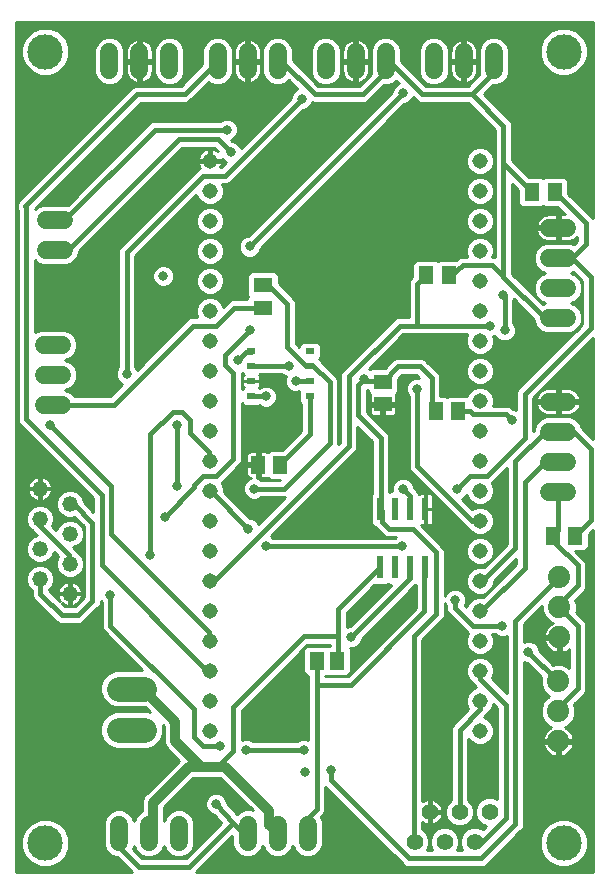
<source format=gbl>
G75*
%MOIN*%
%OFA0B0*%
%FSLAX24Y24*%
%IPPOS*%
%LPD*%
%AMOC8*
5,1,8,0,0,1.08239X$1,22.5*
%
%ADD10C,0.0515*%
%ADD11C,0.0520*%
%ADD12R,0.0300X0.0220*%
%ADD13R,0.0591X0.0512*%
%ADD14R,0.0512X0.0591*%
%ADD15R,0.0630X0.0512*%
%ADD16C,0.0594*%
%ADD17C,0.0600*%
%ADD18C,0.0840*%
%ADD19R,0.0220X0.0780*%
%ADD20C,0.0560*%
%ADD21C,0.0740*%
%ADD22C,0.0100*%
%ADD23C,0.0317*%
%ADD24C,0.0157*%
%ADD25C,0.0160*%
%ADD26C,0.0320*%
%ADD27C,0.1181*%
D10*
X007303Y006889D03*
X007303Y007889D03*
X007303Y008889D03*
X007303Y009889D03*
X007303Y010889D03*
X007303Y011889D03*
X007303Y012889D03*
X007303Y013889D03*
X007303Y014889D03*
X007303Y015889D03*
X007303Y016889D03*
X007303Y017889D03*
X007303Y018889D03*
X007303Y019889D03*
X007303Y020889D03*
X007303Y021889D03*
X007303Y022889D03*
X007303Y023889D03*
X007303Y024889D03*
X007303Y025889D03*
X016303Y025889D03*
X016303Y024889D03*
X016303Y023889D03*
X016303Y022889D03*
X016303Y021889D03*
X016303Y020889D03*
X016303Y019889D03*
X016303Y018889D03*
X016303Y017889D03*
X016303Y016889D03*
X016303Y015889D03*
X016303Y014889D03*
X016303Y013889D03*
X016303Y012889D03*
X016303Y011889D03*
X016303Y010889D03*
X016303Y009889D03*
X016303Y008889D03*
X016303Y007889D03*
X016303Y006889D03*
D11*
X002633Y011458D03*
X002633Y012458D03*
X002633Y013458D03*
X002633Y014458D03*
X001633Y014958D03*
X001633Y013958D03*
X001633Y012958D03*
X001633Y011958D03*
D12*
X008690Y018038D03*
X008690Y018538D03*
X008690Y019038D03*
X008690Y019538D03*
X010645Y019538D03*
X010645Y019038D03*
X010645Y018538D03*
X010645Y018038D03*
D13*
X013070Y017771D03*
X013070Y018519D03*
D14*
X014830Y017534D03*
X015578Y017534D03*
X015267Y022078D03*
X014519Y022078D03*
X018043Y024838D03*
X018791Y024838D03*
X018728Y013389D03*
X019476Y013389D03*
X011543Y009220D03*
X010873Y009220D03*
X009657Y015751D03*
X008909Y015751D03*
D15*
X009070Y020983D03*
X009070Y021731D03*
D16*
X009559Y028911D02*
X009559Y029505D01*
X008559Y029505D02*
X008559Y028911D01*
X007559Y028911D02*
X007559Y029505D01*
X005952Y029505D02*
X005952Y028911D01*
X004952Y028911D02*
X004952Y029505D01*
X003952Y029505D02*
X003952Y028911D01*
X002430Y023920D02*
X001836Y023920D01*
X001836Y022920D02*
X002430Y022920D01*
X011165Y028911D02*
X011165Y029505D01*
X012165Y029505D02*
X012165Y028911D01*
X013165Y028911D02*
X013165Y029505D01*
X014771Y029505D02*
X014771Y028911D01*
X015771Y028911D02*
X015771Y029505D01*
X016771Y029505D02*
X016771Y028911D01*
X010559Y003760D02*
X010559Y003167D01*
X009559Y003167D02*
X009559Y003760D01*
X008559Y003760D02*
X008559Y003167D01*
X006271Y003167D02*
X006271Y003760D01*
X005271Y003760D02*
X005271Y003167D01*
X004271Y003167D02*
X004271Y003760D01*
D17*
X002366Y017747D02*
X001766Y017747D01*
X001766Y018747D02*
X002366Y018747D01*
X002366Y019747D02*
X001766Y019747D01*
X018609Y020645D02*
X019209Y020645D01*
X019209Y021645D02*
X018609Y021645D01*
X018609Y022645D02*
X019209Y022645D01*
X019209Y023645D02*
X018609Y023645D01*
X018609Y017857D02*
X019209Y017857D01*
X019209Y016857D02*
X018609Y016857D01*
X018609Y015857D02*
X019209Y015857D01*
X019209Y014857D02*
X018609Y014857D01*
D18*
X005120Y008290D02*
X004280Y008290D01*
X004280Y006912D02*
X005120Y006912D01*
D19*
X012990Y012328D03*
X013490Y012328D03*
X013990Y012328D03*
X014490Y012328D03*
X014490Y014268D03*
X013990Y014268D03*
X013490Y014268D03*
X012990Y014268D03*
D20*
X014629Y004184D03*
X014129Y003184D03*
X015129Y003184D03*
X015629Y004184D03*
X016129Y003184D03*
X016629Y004184D03*
D21*
X018913Y006534D03*
X018913Y007534D03*
X018913Y008534D03*
X018952Y010003D03*
X018952Y011003D03*
X018952Y012003D03*
D22*
X000841Y002171D02*
X000841Y030496D01*
X020072Y030496D01*
X020072Y023963D01*
X019997Y024038D01*
X019254Y024781D01*
X019254Y025219D01*
X019133Y025340D01*
X018449Y025340D01*
X018417Y025308D01*
X018385Y025340D01*
X017947Y025340D01*
X017376Y025911D01*
X017376Y027099D01*
X017333Y027204D01*
X016432Y028105D01*
X016733Y028407D01*
X016871Y028407D01*
X017057Y028483D01*
X017199Y028625D01*
X017275Y028811D01*
X017275Y029605D01*
X017199Y029790D01*
X017057Y029932D01*
X016871Y030009D01*
X016671Y030009D01*
X016485Y029932D01*
X016344Y029790D01*
X016267Y029605D01*
X016267Y028811D01*
X016285Y028768D01*
X015908Y028392D01*
X014492Y028392D01*
X013669Y029214D01*
X013669Y029605D01*
X013592Y029790D01*
X013451Y029932D01*
X013265Y030009D01*
X013065Y030009D01*
X012879Y029932D01*
X012737Y029790D01*
X012660Y029605D01*
X012660Y028811D01*
X012674Y028779D01*
X012286Y028392D01*
X010909Y028392D01*
X010063Y029238D01*
X010063Y029605D01*
X009986Y029790D01*
X009844Y029932D01*
X009659Y030009D01*
X009458Y030009D01*
X009273Y029932D01*
X009131Y029790D01*
X009054Y029605D01*
X009054Y028811D01*
X009131Y028625D01*
X009273Y028483D01*
X009458Y028407D01*
X009659Y028407D01*
X009844Y028483D01*
X009926Y028565D01*
X010209Y028283D01*
X010150Y028258D01*
X010047Y028155D01*
X009992Y028021D01*
X009992Y027986D01*
X008330Y026325D01*
X008306Y026384D01*
X008203Y026487D01*
X008068Y026542D01*
X008034Y026542D01*
X007999Y026578D01*
X008085Y026614D01*
X008188Y026717D01*
X008244Y026851D01*
X008244Y026997D01*
X008188Y027132D01*
X008085Y027235D01*
X007950Y027290D01*
X007805Y027290D01*
X007670Y027235D01*
X007646Y027210D01*
X005419Y027210D01*
X005314Y027167D01*
X002559Y024413D01*
X002531Y024425D01*
X001736Y024425D01*
X001551Y024348D01*
X001471Y024268D01*
X001471Y024286D01*
X005004Y027819D01*
X006517Y027819D01*
X006622Y027863D01*
X007258Y028498D01*
X007273Y028483D01*
X007458Y028407D01*
X007659Y028407D01*
X007844Y028483D01*
X007986Y028625D01*
X008063Y028811D01*
X008063Y029605D01*
X007986Y029790D01*
X007844Y029932D01*
X007659Y030009D01*
X007458Y030009D01*
X007273Y029932D01*
X007131Y029790D01*
X007054Y029605D01*
X007054Y029104D01*
X006342Y028392D01*
X004828Y028392D01*
X004723Y028348D01*
X004643Y028267D01*
X000983Y024608D01*
X000902Y024527D01*
X000859Y024422D01*
X000859Y024308D01*
X000898Y024213D01*
X000898Y017222D01*
X000942Y017116D01*
X001022Y017036D01*
X003418Y014640D01*
X003418Y014190D01*
X003101Y014507D01*
X003101Y014551D01*
X003030Y014723D01*
X002898Y014854D01*
X002726Y014925D01*
X002540Y014925D01*
X002369Y014854D01*
X002237Y014723D01*
X002166Y014551D01*
X002166Y014365D01*
X002237Y014193D01*
X002369Y014061D01*
X002540Y013990D01*
X002726Y013990D01*
X002784Y014014D01*
X003103Y013695D01*
X003103Y011334D01*
X002798Y011029D01*
X002484Y011029D01*
X002375Y011139D01*
X002418Y011107D01*
X002476Y011078D01*
X002537Y011058D01*
X002601Y011048D01*
X002603Y011048D01*
X002603Y011428D01*
X002223Y011428D01*
X002223Y011425D01*
X002233Y011362D01*
X002253Y011300D01*
X002283Y011243D01*
X002314Y011199D01*
X001943Y011570D01*
X001943Y011606D01*
X002030Y011693D01*
X002101Y011865D01*
X002101Y012051D01*
X002030Y012223D01*
X001898Y012354D01*
X001726Y012425D01*
X001540Y012425D01*
X001369Y012354D01*
X001237Y012223D01*
X001166Y012051D01*
X001166Y011865D01*
X001237Y011693D01*
X001369Y011561D01*
X001371Y011560D01*
X001371Y011395D01*
X001414Y011290D01*
X002123Y010581D01*
X002203Y010500D01*
X002309Y010457D01*
X002974Y010457D01*
X003079Y010500D01*
X003551Y010973D01*
X003632Y011053D01*
X003675Y011159D01*
X003675Y011199D01*
X003694Y011181D01*
X003694Y010332D01*
X003737Y010227D01*
X005046Y008918D01*
X004155Y008918D01*
X003925Y008822D01*
X003748Y008646D01*
X003653Y008415D01*
X003653Y008166D01*
X003748Y007935D01*
X003925Y007758D01*
X004155Y007663D01*
X005151Y007663D01*
X005294Y007520D01*
X005245Y007540D01*
X004155Y007540D01*
X003925Y007444D01*
X003748Y007268D01*
X003653Y007037D01*
X003653Y006788D01*
X003748Y006557D01*
X003925Y006380D01*
X004155Y006285D01*
X005245Y006285D01*
X005476Y006380D01*
X005652Y006557D01*
X005748Y006788D01*
X005748Y007037D01*
X005728Y007086D01*
X005728Y007086D01*
X005774Y007040D01*
X005774Y006465D01*
X005830Y006330D01*
X006275Y005885D01*
X005193Y004803D01*
X005090Y004699D01*
X005034Y004564D01*
X005034Y004208D01*
X004985Y004188D01*
X004844Y004046D01*
X004771Y003871D01*
X004699Y004046D01*
X004557Y004188D01*
X004371Y004265D01*
X004171Y004265D01*
X003985Y004188D01*
X003844Y004046D01*
X003767Y003861D01*
X003767Y003066D01*
X003844Y002881D01*
X003985Y002739D01*
X004171Y002662D01*
X004215Y002662D01*
X004682Y002195D01*
X004706Y002171D01*
X000841Y002171D01*
X000841Y002259D02*
X004618Y002259D01*
X004520Y002358D02*
X002000Y002358D01*
X001973Y002347D02*
X002266Y002468D01*
X002491Y002693D01*
X002612Y002986D01*
X002612Y003303D01*
X002491Y003597D01*
X002266Y003821D01*
X001973Y003943D01*
X001656Y003943D01*
X001362Y003821D01*
X001138Y003597D01*
X001016Y003303D01*
X001016Y002986D01*
X001138Y002693D01*
X001362Y002468D01*
X001656Y002347D01*
X001973Y002347D01*
X002237Y002456D02*
X004421Y002456D01*
X004323Y002555D02*
X002353Y002555D01*
X002451Y002653D02*
X004224Y002653D01*
X003973Y002752D02*
X002515Y002752D01*
X002556Y002850D02*
X003875Y002850D01*
X003816Y002949D02*
X002597Y002949D01*
X002612Y003047D02*
X003775Y003047D01*
X003767Y003146D02*
X002612Y003146D01*
X002612Y003244D02*
X003767Y003244D01*
X003767Y003343D02*
X002596Y003343D01*
X002555Y003441D02*
X003767Y003441D01*
X003767Y003540D02*
X002515Y003540D01*
X002450Y003638D02*
X003767Y003638D01*
X003767Y003737D02*
X002351Y003737D01*
X002233Y003835D02*
X003767Y003835D01*
X003797Y003934D02*
X001995Y003934D01*
X001634Y003934D02*
X000841Y003934D01*
X000841Y004032D02*
X003838Y004032D01*
X003928Y004131D02*
X000841Y004131D01*
X000841Y004229D02*
X004085Y004229D01*
X004458Y004229D02*
X005034Y004229D01*
X005034Y004328D02*
X000841Y004328D01*
X000841Y004426D02*
X005034Y004426D01*
X005034Y004525D02*
X000841Y004525D01*
X000841Y004623D02*
X005058Y004623D01*
X005112Y004722D02*
X000841Y004722D01*
X000841Y004820D02*
X005210Y004820D01*
X005309Y004919D02*
X000841Y004919D01*
X000841Y005017D02*
X005407Y005017D01*
X005506Y005116D02*
X000841Y005116D01*
X000841Y005214D02*
X005604Y005214D01*
X005703Y005313D02*
X000841Y005313D01*
X000841Y005411D02*
X005801Y005411D01*
X005900Y005510D02*
X000841Y005510D01*
X000841Y005608D02*
X005998Y005608D01*
X006097Y005707D02*
X000841Y005707D01*
X000841Y005805D02*
X006195Y005805D01*
X006256Y005904D02*
X000841Y005904D01*
X000841Y006002D02*
X006158Y006002D01*
X006059Y006101D02*
X000841Y006101D01*
X000841Y006199D02*
X005961Y006199D01*
X005862Y006298D02*
X005276Y006298D01*
X005491Y006396D02*
X005802Y006396D01*
X005774Y006495D02*
X005590Y006495D01*
X005667Y006593D02*
X005774Y006593D01*
X005774Y006692D02*
X005708Y006692D01*
X005748Y006790D02*
X005774Y006790D01*
X005774Y006889D02*
X005748Y006889D01*
X005748Y006987D02*
X005774Y006987D01*
X005235Y007578D02*
X000841Y007578D01*
X000841Y007480D02*
X004010Y007480D01*
X003862Y007381D02*
X000841Y007381D01*
X000841Y007283D02*
X003763Y007283D01*
X003714Y007184D02*
X000841Y007184D01*
X000841Y007086D02*
X003673Y007086D01*
X003653Y006987D02*
X000841Y006987D01*
X000841Y006889D02*
X003653Y006889D01*
X003653Y006790D02*
X000841Y006790D01*
X000841Y006692D02*
X003693Y006692D01*
X003733Y006593D02*
X000841Y006593D01*
X000841Y006495D02*
X003811Y006495D01*
X003909Y006396D02*
X000841Y006396D01*
X000841Y006298D02*
X004125Y006298D01*
X004122Y007677D02*
X000841Y007677D01*
X000841Y007775D02*
X003908Y007775D01*
X003810Y007874D02*
X000841Y007874D01*
X000841Y007972D02*
X003733Y007972D01*
X003692Y008071D02*
X000841Y008071D01*
X000841Y008169D02*
X003653Y008169D01*
X003653Y008268D02*
X000841Y008268D01*
X000841Y008366D02*
X003653Y008366D01*
X003673Y008465D02*
X000841Y008465D01*
X000841Y008563D02*
X003714Y008563D01*
X003764Y008662D02*
X000841Y008662D01*
X000841Y008760D02*
X003863Y008760D01*
X004012Y008859D02*
X000841Y008859D01*
X000841Y008957D02*
X005007Y008957D01*
X004908Y009056D02*
X000841Y009056D01*
X000841Y009154D02*
X004810Y009154D01*
X004711Y009253D02*
X000841Y009253D01*
X000841Y009351D02*
X004613Y009351D01*
X004514Y009450D02*
X000841Y009450D01*
X000841Y009548D02*
X004416Y009548D01*
X004317Y009647D02*
X000841Y009647D01*
X000841Y009745D02*
X004219Y009745D01*
X004120Y009844D02*
X000841Y009844D01*
X000841Y009942D02*
X004022Y009942D01*
X003923Y010041D02*
X000841Y010041D01*
X000841Y010139D02*
X003825Y010139D01*
X003733Y010238D02*
X000841Y010238D01*
X000841Y010336D02*
X003694Y010336D01*
X003694Y010435D02*
X000841Y010435D01*
X000841Y010533D02*
X002171Y010533D01*
X002072Y010632D02*
X000841Y010632D01*
X000841Y010730D02*
X001974Y010730D01*
X001875Y010829D02*
X000841Y010829D01*
X000841Y010927D02*
X001777Y010927D01*
X001678Y011026D02*
X000841Y011026D01*
X000841Y011124D02*
X001580Y011124D01*
X001481Y011223D02*
X000841Y011223D01*
X000841Y011321D02*
X001401Y011321D01*
X001371Y011420D02*
X000841Y011420D01*
X000841Y011518D02*
X001371Y011518D01*
X001313Y011617D02*
X000841Y011617D01*
X000841Y011715D02*
X001228Y011715D01*
X001187Y011814D02*
X000841Y011814D01*
X000841Y011912D02*
X001166Y011912D01*
X001166Y012011D02*
X000841Y012011D01*
X000841Y012109D02*
X001190Y012109D01*
X001231Y012208D02*
X000841Y012208D01*
X000841Y012306D02*
X001321Y012306D01*
X001491Y012405D02*
X000841Y012405D01*
X000841Y012503D02*
X001509Y012503D01*
X001540Y012490D02*
X001726Y012490D01*
X001898Y012561D01*
X002030Y012693D01*
X002096Y012852D01*
X002234Y012714D01*
X002166Y012551D01*
X002166Y012365D01*
X002237Y012193D01*
X002369Y012061D01*
X002540Y011990D01*
X002726Y011990D01*
X002898Y012061D01*
X003030Y012193D01*
X003101Y012365D01*
X003101Y012551D01*
X003030Y012723D01*
X002898Y012854D01*
X002863Y012869D01*
X002844Y012913D01*
X002755Y013002D01*
X002898Y013061D01*
X003030Y013193D01*
X003101Y013365D01*
X003101Y013551D01*
X003030Y013723D01*
X002898Y013854D01*
X002726Y013925D01*
X002540Y013925D01*
X002369Y013854D01*
X002237Y013723D01*
X002178Y013580D01*
X002040Y013718D01*
X002101Y013865D01*
X002101Y014051D01*
X002030Y014223D01*
X001898Y014354D01*
X001726Y014425D01*
X001540Y014425D01*
X001369Y014354D01*
X001237Y014223D01*
X001166Y014051D01*
X001166Y013865D01*
X001237Y013693D01*
X001369Y013561D01*
X001400Y013549D01*
X001455Y013493D01*
X001528Y013420D01*
X001369Y013354D01*
X001237Y013223D01*
X001166Y013051D01*
X001166Y012865D01*
X001237Y012693D01*
X001369Y012561D01*
X001540Y012490D01*
X001757Y012503D02*
X002166Y012503D01*
X002166Y012405D02*
X001776Y012405D01*
X001946Y012306D02*
X002190Y012306D01*
X002231Y012208D02*
X002036Y012208D01*
X002077Y012109D02*
X002321Y012109D01*
X002491Y012011D02*
X002101Y012011D01*
X002101Y011912D02*
X003103Y011912D01*
X003103Y011814D02*
X002838Y011814D01*
X002848Y011808D02*
X002791Y011838D01*
X002729Y011858D01*
X002666Y011868D01*
X002663Y011868D01*
X002663Y011488D01*
X002603Y011488D01*
X002603Y011428D01*
X002663Y011428D01*
X002663Y011048D01*
X002666Y011048D01*
X002729Y011058D01*
X002791Y011078D01*
X002848Y011107D01*
X002900Y011145D01*
X002946Y011191D01*
X002984Y011243D01*
X003013Y011300D01*
X003033Y011362D01*
X003043Y011425D01*
X003043Y011428D01*
X002663Y011428D01*
X002663Y011488D01*
X003043Y011488D01*
X003043Y011490D01*
X003033Y011554D01*
X003013Y011615D01*
X002984Y011673D01*
X002946Y011725D01*
X002900Y011770D01*
X002848Y011808D01*
X002953Y011715D02*
X003103Y011715D01*
X003103Y011617D02*
X003013Y011617D01*
X003039Y011518D02*
X003103Y011518D01*
X003103Y011420D02*
X003042Y011420D01*
X003020Y011321D02*
X003090Y011321D01*
X002992Y011223D02*
X002969Y011223D01*
X002893Y011124D02*
X002872Y011124D01*
X002663Y011124D02*
X002603Y011124D01*
X002603Y011223D02*
X002663Y011223D01*
X002663Y011321D02*
X002603Y011321D01*
X002603Y011420D02*
X002663Y011420D01*
X002603Y011488D02*
X002223Y011488D01*
X002223Y011490D01*
X002233Y011554D01*
X002253Y011615D01*
X002283Y011673D01*
X002321Y011725D01*
X002366Y011770D01*
X002418Y011808D01*
X002476Y011838D01*
X002537Y011858D01*
X002601Y011868D01*
X002603Y011868D01*
X002603Y011488D01*
X002603Y011518D02*
X002663Y011518D01*
X002663Y011617D02*
X002603Y011617D01*
X002603Y011715D02*
X002663Y011715D01*
X002663Y011814D02*
X002603Y011814D01*
X002429Y011814D02*
X002080Y011814D01*
X002039Y011715D02*
X002314Y011715D01*
X002254Y011617D02*
X001953Y011617D01*
X001995Y011518D02*
X002228Y011518D01*
X002224Y011420D02*
X002094Y011420D01*
X002192Y011321D02*
X002247Y011321D01*
X002291Y011223D02*
X002297Y011223D01*
X002389Y011124D02*
X002395Y011124D01*
X002776Y012011D02*
X003103Y012011D01*
X003103Y012109D02*
X002946Y012109D01*
X003036Y012208D02*
X003103Y012208D01*
X003103Y012306D02*
X003077Y012306D01*
X003101Y012405D02*
X003103Y012405D01*
X003101Y012503D02*
X003103Y012503D01*
X003103Y012602D02*
X003080Y012602D01*
X003103Y012700D02*
X003039Y012700D01*
X003103Y012799D02*
X002954Y012799D01*
X002851Y012897D02*
X003103Y012897D01*
X003103Y012996D02*
X002762Y012996D01*
X002931Y013094D02*
X003103Y013094D01*
X003103Y013193D02*
X003029Y013193D01*
X003070Y013291D02*
X003103Y013291D01*
X003101Y013390D02*
X003103Y013390D01*
X003101Y013488D02*
X003103Y013488D01*
X003103Y013587D02*
X003086Y013587D01*
X003103Y013685D02*
X003045Y013685D01*
X003015Y013784D02*
X002969Y013784D01*
X002916Y013882D02*
X002830Y013882D01*
X002818Y013981D02*
X002101Y013981D01*
X002089Y014079D02*
X002351Y014079D01*
X002252Y014178D02*
X002048Y014178D01*
X001976Y014276D02*
X002203Y014276D01*
X002166Y014375D02*
X001848Y014375D01*
X001791Y014578D02*
X001848Y014607D01*
X001900Y014645D01*
X001946Y014691D01*
X001984Y014743D01*
X002013Y014800D01*
X002033Y014862D01*
X002043Y014925D01*
X002043Y014928D01*
X001663Y014928D01*
X001663Y014548D01*
X001666Y014548D01*
X001729Y014558D01*
X001791Y014578D01*
X001772Y014572D02*
X002175Y014572D01*
X002166Y014473D02*
X000841Y014473D01*
X000841Y014375D02*
X001418Y014375D01*
X001291Y014276D02*
X000841Y014276D01*
X000841Y014178D02*
X001218Y014178D01*
X001178Y014079D02*
X000841Y014079D01*
X000841Y013981D02*
X001166Y013981D01*
X001166Y013882D02*
X000841Y013882D01*
X000841Y013784D02*
X001199Y013784D01*
X001245Y013685D02*
X000841Y013685D01*
X000841Y013587D02*
X001343Y013587D01*
X001460Y013488D02*
X000841Y013488D01*
X000841Y013390D02*
X001455Y013390D01*
X001306Y013291D02*
X000841Y013291D01*
X000841Y013193D02*
X001225Y013193D01*
X001184Y013094D02*
X000841Y013094D01*
X000841Y012996D02*
X001166Y012996D01*
X001166Y012897D02*
X000841Y012897D01*
X000841Y012799D02*
X001193Y012799D01*
X001234Y012700D02*
X000841Y012700D01*
X000841Y012602D02*
X001328Y012602D01*
X001938Y012602D02*
X002187Y012602D01*
X002228Y012700D02*
X002033Y012700D01*
X002073Y012799D02*
X002149Y012799D01*
X002171Y013587D02*
X002181Y013587D01*
X002222Y013685D02*
X002072Y013685D01*
X002067Y013784D02*
X002298Y013784D01*
X002436Y013882D02*
X002101Y013882D01*
X002215Y014670D02*
X001926Y014670D01*
X001997Y014769D02*
X002283Y014769D01*
X002400Y014867D02*
X002034Y014867D01*
X002043Y014988D02*
X002043Y014990D01*
X002033Y015054D01*
X002013Y015115D01*
X001984Y015173D01*
X001946Y015225D01*
X001900Y015270D01*
X001848Y015308D01*
X001791Y015338D01*
X001729Y015358D01*
X001666Y015368D01*
X001663Y015368D01*
X001663Y014988D01*
X001603Y014988D01*
X001603Y014928D01*
X001223Y014928D01*
X001223Y014925D01*
X001233Y014862D01*
X001253Y014800D01*
X001283Y014743D01*
X001321Y014691D01*
X001366Y014645D01*
X001418Y014607D01*
X001476Y014578D01*
X001537Y014558D01*
X001601Y014548D01*
X001603Y014548D01*
X001603Y014928D01*
X001663Y014928D01*
X001663Y014988D01*
X002043Y014988D01*
X002030Y015064D02*
X002994Y015064D01*
X002896Y015163D02*
X001989Y015163D01*
X001910Y015261D02*
X002797Y015261D01*
X002699Y015360D02*
X001716Y015360D01*
X001663Y015360D02*
X001603Y015360D01*
X001603Y015368D02*
X001601Y015368D01*
X001537Y015358D01*
X001476Y015338D01*
X001418Y015308D01*
X001366Y015270D01*
X001321Y015225D01*
X001283Y015173D01*
X001253Y015115D01*
X001233Y015054D01*
X001223Y014990D01*
X001223Y014988D01*
X001603Y014988D01*
X001603Y015368D01*
X001550Y015360D02*
X000841Y015360D01*
X000841Y015458D02*
X002600Y015458D01*
X002502Y015557D02*
X000841Y015557D01*
X000841Y015655D02*
X002403Y015655D01*
X002305Y015754D02*
X000841Y015754D01*
X000841Y015852D02*
X002206Y015852D01*
X002108Y015951D02*
X000841Y015951D01*
X000841Y016049D02*
X002009Y016049D01*
X001911Y016148D02*
X000841Y016148D01*
X000841Y016246D02*
X001812Y016246D01*
X001714Y016345D02*
X000841Y016345D01*
X000841Y016443D02*
X001615Y016443D01*
X001517Y016542D02*
X000841Y016542D01*
X000841Y016640D02*
X001418Y016640D01*
X001320Y016739D02*
X000841Y016739D01*
X000841Y016837D02*
X001221Y016837D01*
X001123Y016936D02*
X000841Y016936D01*
X000841Y017034D02*
X001024Y017034D01*
X000935Y017133D02*
X000841Y017133D01*
X000841Y017231D02*
X000898Y017231D01*
X000898Y017330D02*
X000841Y017330D01*
X000841Y017428D02*
X000898Y017428D01*
X000898Y017527D02*
X000841Y017527D01*
X000841Y017625D02*
X000898Y017625D01*
X000898Y017724D02*
X000841Y017724D01*
X000841Y017822D02*
X000898Y017822D01*
X000898Y017921D02*
X000841Y017921D01*
X000841Y018019D02*
X000898Y018019D01*
X000898Y018118D02*
X000841Y018118D01*
X000841Y018216D02*
X000898Y018216D01*
X000898Y018315D02*
X000841Y018315D01*
X000841Y018413D02*
X000898Y018413D01*
X000898Y018512D02*
X000841Y018512D01*
X000841Y018610D02*
X000898Y018610D01*
X000898Y018709D02*
X000841Y018709D01*
X000841Y018807D02*
X000898Y018807D01*
X000898Y018906D02*
X000841Y018906D01*
X000841Y019004D02*
X000898Y019004D01*
X000898Y019103D02*
X000841Y019103D01*
X000841Y019201D02*
X000898Y019201D01*
X000898Y019300D02*
X000841Y019300D01*
X000841Y019398D02*
X000898Y019398D01*
X000898Y019497D02*
X000841Y019497D01*
X000841Y019595D02*
X000898Y019595D01*
X000898Y019694D02*
X000841Y019694D01*
X000841Y019792D02*
X000898Y019792D01*
X000898Y019891D02*
X000841Y019891D01*
X000841Y019989D02*
X000898Y019989D01*
X000898Y020088D02*
X000841Y020088D01*
X000841Y020186D02*
X000898Y020186D01*
X000898Y020285D02*
X000841Y020285D01*
X000841Y020383D02*
X000898Y020383D01*
X000898Y020482D02*
X000841Y020482D01*
X000841Y020580D02*
X000898Y020580D01*
X000898Y020679D02*
X000841Y020679D01*
X000841Y020777D02*
X000898Y020777D01*
X000898Y020876D02*
X000841Y020876D01*
X000841Y020974D02*
X000898Y020974D01*
X000898Y021073D02*
X000841Y021073D01*
X000841Y021171D02*
X000898Y021171D01*
X000898Y021270D02*
X000841Y021270D01*
X000841Y021368D02*
X000898Y021368D01*
X000898Y021467D02*
X000841Y021467D01*
X000841Y021565D02*
X000898Y021565D01*
X000898Y021664D02*
X000841Y021664D01*
X000841Y021762D02*
X000898Y021762D01*
X000898Y021861D02*
X000841Y021861D01*
X000841Y021959D02*
X000898Y021959D01*
X000898Y022058D02*
X000841Y022058D01*
X000841Y022156D02*
X000898Y022156D01*
X000898Y022255D02*
X000841Y022255D01*
X000841Y022353D02*
X000898Y022353D01*
X000898Y022452D02*
X000841Y022452D01*
X000841Y022550D02*
X000898Y022550D01*
X000898Y022649D02*
X000841Y022649D01*
X000841Y022747D02*
X000898Y022747D01*
X000898Y022846D02*
X000841Y022846D01*
X000841Y022944D02*
X000898Y022944D01*
X000898Y023043D02*
X000841Y023043D01*
X000841Y023141D02*
X000898Y023141D01*
X000898Y023240D02*
X000841Y023240D01*
X000841Y023338D02*
X000898Y023338D01*
X000898Y023437D02*
X000841Y023437D01*
X000841Y023535D02*
X000898Y023535D01*
X000898Y023634D02*
X000841Y023634D01*
X000841Y023732D02*
X000898Y023732D01*
X000898Y023831D02*
X000841Y023831D01*
X000841Y023929D02*
X000898Y023929D01*
X000898Y024028D02*
X000841Y024028D01*
X000841Y024126D02*
X000898Y024126D01*
X000894Y024225D02*
X000841Y024225D01*
X000841Y024323D02*
X000859Y024323D01*
X000859Y024422D02*
X000841Y024422D01*
X000841Y024520D02*
X000900Y024520D01*
X000841Y024619D02*
X000994Y024619D01*
X000983Y024608D02*
X000983Y024608D01*
X001092Y024717D02*
X000841Y024717D01*
X000841Y024816D02*
X001191Y024816D01*
X001289Y024914D02*
X000841Y024914D01*
X000841Y025013D02*
X001388Y025013D01*
X001486Y025111D02*
X000841Y025111D01*
X000841Y025210D02*
X001585Y025210D01*
X001683Y025308D02*
X000841Y025308D01*
X000841Y025407D02*
X001782Y025407D01*
X001880Y025505D02*
X000841Y025505D01*
X000841Y025604D02*
X001979Y025604D01*
X002077Y025702D02*
X000841Y025702D01*
X000841Y025801D02*
X002176Y025801D01*
X002274Y025899D02*
X000841Y025899D01*
X000841Y025998D02*
X002373Y025998D01*
X002471Y026096D02*
X000841Y026096D01*
X000841Y026195D02*
X002570Y026195D01*
X002668Y026293D02*
X000841Y026293D01*
X000841Y026392D02*
X002767Y026392D01*
X002865Y026490D02*
X000841Y026490D01*
X000841Y026589D02*
X002964Y026589D01*
X003062Y026687D02*
X000841Y026687D01*
X000841Y026786D02*
X003161Y026786D01*
X003259Y026884D02*
X000841Y026884D01*
X000841Y026983D02*
X003358Y026983D01*
X003456Y027081D02*
X000841Y027081D01*
X000841Y027180D02*
X003555Y027180D01*
X003653Y027278D02*
X000841Y027278D01*
X000841Y027377D02*
X003752Y027377D01*
X003850Y027475D02*
X000841Y027475D01*
X000841Y027574D02*
X003949Y027574D01*
X004047Y027672D02*
X000841Y027672D01*
X000841Y027771D02*
X004146Y027771D01*
X004244Y027869D02*
X000841Y027869D01*
X000841Y027968D02*
X004343Y027968D01*
X004441Y028066D02*
X000841Y028066D01*
X000841Y028165D02*
X004540Y028165D01*
X004638Y028263D02*
X000841Y028263D01*
X000841Y028362D02*
X004756Y028362D01*
X004781Y028497D02*
X004848Y028475D01*
X004904Y028466D01*
X004904Y029159D01*
X005001Y029159D01*
X005001Y029256D01*
X005399Y029256D01*
X005399Y029540D01*
X005388Y029609D01*
X005366Y029676D01*
X005334Y029739D01*
X005293Y029796D01*
X005243Y029845D01*
X005186Y029887D01*
X005124Y029919D01*
X005057Y029940D01*
X005001Y029949D01*
X005001Y029256D01*
X004904Y029256D01*
X004904Y029949D01*
X004848Y029940D01*
X004781Y029919D01*
X004718Y029887D01*
X004661Y029845D01*
X004611Y029796D01*
X004570Y029739D01*
X004538Y029676D01*
X004516Y029609D01*
X004505Y029540D01*
X004505Y029256D01*
X004904Y029256D01*
X004904Y029159D01*
X004505Y029159D01*
X004505Y028876D01*
X004516Y028806D01*
X004538Y028739D01*
X004570Y028677D01*
X004611Y028620D01*
X004661Y028570D01*
X004718Y028529D01*
X004781Y028497D01*
X004677Y028559D02*
X004313Y028559D01*
X004380Y028625D02*
X004457Y028811D01*
X004457Y029605D01*
X004380Y029790D01*
X004238Y029932D01*
X004053Y030009D01*
X003852Y030009D01*
X003667Y029932D01*
X003525Y029790D01*
X003448Y029605D01*
X003448Y028811D01*
X003525Y028625D01*
X003667Y028483D01*
X003852Y028407D01*
X004053Y028407D01*
X004238Y028483D01*
X004380Y028625D01*
X004393Y028657D02*
X004584Y028657D01*
X004533Y028756D02*
X004434Y028756D01*
X004457Y028854D02*
X004509Y028854D01*
X004505Y028953D02*
X004457Y028953D01*
X004457Y029051D02*
X004505Y029051D01*
X004505Y029150D02*
X004457Y029150D01*
X004457Y029248D02*
X004904Y029248D01*
X005001Y029248D02*
X005448Y029248D01*
X005448Y029150D02*
X005399Y029150D01*
X005399Y029159D02*
X005001Y029159D01*
X005001Y028466D01*
X005057Y028475D01*
X005124Y028497D01*
X005186Y028529D01*
X005243Y028570D01*
X005293Y028620D01*
X005334Y028677D01*
X005366Y028739D01*
X005388Y028806D01*
X005399Y028876D01*
X005399Y029159D01*
X005399Y029051D02*
X005448Y029051D01*
X005448Y028953D02*
X005399Y028953D01*
X005396Y028854D02*
X005448Y028854D01*
X005448Y028811D02*
X005525Y028625D01*
X005667Y028483D01*
X005852Y028407D01*
X006053Y028407D01*
X006238Y028483D01*
X006380Y028625D01*
X006457Y028811D01*
X006457Y029605D01*
X006380Y029790D01*
X006238Y029932D01*
X006053Y030009D01*
X005852Y030009D01*
X005667Y029932D01*
X005525Y029790D01*
X005448Y029605D01*
X005448Y028811D01*
X005471Y028756D02*
X005372Y028756D01*
X005320Y028657D02*
X005511Y028657D01*
X005591Y028559D02*
X005228Y028559D01*
X005001Y028559D02*
X004904Y028559D01*
X004904Y028657D02*
X005001Y028657D01*
X005001Y028756D02*
X004904Y028756D01*
X004904Y028854D02*
X005001Y028854D01*
X005001Y028953D02*
X004904Y028953D01*
X004904Y029051D02*
X005001Y029051D01*
X005001Y029150D02*
X004904Y029150D01*
X004904Y029347D02*
X005001Y029347D01*
X005001Y029445D02*
X004904Y029445D01*
X004904Y029544D02*
X005001Y029544D01*
X005001Y029642D02*
X004904Y029642D01*
X004904Y029741D02*
X005001Y029741D01*
X005001Y029839D02*
X004904Y029839D01*
X004904Y029938D02*
X005001Y029938D01*
X005065Y029938D02*
X005680Y029938D01*
X005574Y029839D02*
X005250Y029839D01*
X005333Y029741D02*
X005504Y029741D01*
X005463Y029642D02*
X005377Y029642D01*
X005398Y029544D02*
X005448Y029544D01*
X005448Y029445D02*
X005399Y029445D01*
X005399Y029347D02*
X005448Y029347D01*
X004839Y029938D02*
X004224Y029938D01*
X004331Y029839D02*
X004655Y029839D01*
X004571Y029741D02*
X004400Y029741D01*
X004441Y029642D02*
X004527Y029642D01*
X004506Y029544D02*
X004457Y029544D01*
X004457Y029445D02*
X004505Y029445D01*
X004505Y029347D02*
X004457Y029347D01*
X004182Y028460D02*
X005722Y028460D01*
X006182Y028460D02*
X006410Y028460D01*
X006313Y028559D02*
X006509Y028559D01*
X006607Y028657D02*
X006393Y028657D01*
X006434Y028756D02*
X006706Y028756D01*
X006804Y028854D02*
X006457Y028854D01*
X006457Y028953D02*
X006903Y028953D01*
X007001Y029051D02*
X006457Y029051D01*
X006457Y029150D02*
X007054Y029150D01*
X007054Y029248D02*
X006457Y029248D01*
X006457Y029347D02*
X007054Y029347D01*
X007054Y029445D02*
X006457Y029445D01*
X006457Y029544D02*
X007054Y029544D01*
X007070Y029642D02*
X006441Y029642D01*
X006400Y029741D02*
X007110Y029741D01*
X007180Y029839D02*
X006331Y029839D01*
X006224Y029938D02*
X007286Y029938D01*
X007831Y029938D02*
X008446Y029938D01*
X008454Y029940D02*
X008387Y029919D01*
X008324Y029887D01*
X008267Y029845D01*
X008218Y029796D01*
X008176Y029739D01*
X008144Y029676D01*
X008123Y029609D01*
X008112Y029540D01*
X008112Y029256D01*
X008510Y029256D01*
X008510Y029159D01*
X008607Y029159D01*
X008607Y028466D01*
X008663Y028475D01*
X008730Y028497D01*
X008793Y028529D01*
X008850Y028570D01*
X008899Y028620D01*
X008941Y028677D01*
X008973Y028739D01*
X008994Y028806D01*
X009005Y028876D01*
X009005Y029159D01*
X008607Y029159D01*
X008607Y029256D01*
X009005Y029256D01*
X009005Y029540D01*
X008994Y029609D01*
X008973Y029676D01*
X008941Y029739D01*
X008899Y029796D01*
X008850Y029845D01*
X008793Y029887D01*
X008730Y029919D01*
X008663Y029940D01*
X008607Y029949D01*
X008607Y029256D01*
X008510Y029256D01*
X008510Y029949D01*
X008454Y029940D01*
X008510Y029938D02*
X008607Y029938D01*
X008672Y029938D02*
X009286Y029938D01*
X009180Y029839D02*
X008856Y029839D01*
X008939Y029741D02*
X009110Y029741D01*
X009070Y029642D02*
X008984Y029642D01*
X009005Y029544D02*
X009054Y029544D01*
X009054Y029445D02*
X009005Y029445D01*
X009005Y029347D02*
X009054Y029347D01*
X009054Y029248D02*
X008607Y029248D01*
X008510Y029248D02*
X008063Y029248D01*
X008063Y029150D02*
X008112Y029150D01*
X008112Y029159D02*
X008112Y028876D01*
X008123Y028806D01*
X008144Y028739D01*
X008176Y028677D01*
X008218Y028620D01*
X008267Y028570D01*
X008324Y028529D01*
X008387Y028497D01*
X008454Y028475D01*
X008510Y028466D01*
X008510Y029159D01*
X008112Y029159D01*
X008112Y029051D02*
X008063Y029051D01*
X008063Y028953D02*
X008112Y028953D01*
X008115Y028854D02*
X008063Y028854D01*
X008040Y028756D02*
X008139Y028756D01*
X008190Y028657D02*
X007999Y028657D01*
X007920Y028559D02*
X008283Y028559D01*
X008510Y028559D02*
X008607Y028559D01*
X008607Y028657D02*
X008510Y028657D01*
X008510Y028756D02*
X008607Y028756D01*
X008607Y028854D02*
X008510Y028854D01*
X008510Y028953D02*
X008607Y028953D01*
X008607Y029051D02*
X008510Y029051D01*
X008510Y029150D02*
X008607Y029150D01*
X008607Y029347D02*
X008510Y029347D01*
X008510Y029445D02*
X008607Y029445D01*
X008607Y029544D02*
X008510Y029544D01*
X008510Y029642D02*
X008607Y029642D01*
X008607Y029741D02*
X008510Y029741D01*
X008510Y029839D02*
X008607Y029839D01*
X008261Y029839D02*
X007937Y029839D01*
X008007Y029741D02*
X008178Y029741D01*
X008133Y029642D02*
X008047Y029642D01*
X008063Y029544D02*
X008112Y029544D01*
X008112Y029445D02*
X008063Y029445D01*
X008063Y029347D02*
X008112Y029347D01*
X007788Y028460D02*
X009329Y028460D01*
X009197Y028559D02*
X008834Y028559D01*
X008927Y028657D02*
X009118Y028657D01*
X009077Y028756D02*
X008978Y028756D01*
X009002Y028854D02*
X009054Y028854D01*
X009054Y028953D02*
X009005Y028953D01*
X009005Y029051D02*
X009054Y029051D01*
X009054Y029150D02*
X009005Y029150D01*
X009788Y028460D02*
X010031Y028460D01*
X009933Y028559D02*
X009920Y028559D01*
X010130Y028362D02*
X007121Y028362D01*
X007220Y028460D02*
X007329Y028460D01*
X007023Y028263D02*
X010162Y028263D01*
X010057Y028165D02*
X006924Y028165D01*
X006826Y028066D02*
X010010Y028066D01*
X009973Y027968D02*
X006727Y027968D01*
X006629Y027869D02*
X009874Y027869D01*
X009776Y027771D02*
X004955Y027771D01*
X004857Y027672D02*
X009677Y027672D01*
X009579Y027574D02*
X004758Y027574D01*
X004660Y027475D02*
X009480Y027475D01*
X009382Y027377D02*
X004561Y027377D01*
X004463Y027278D02*
X007775Y027278D01*
X007980Y027278D02*
X009283Y027278D01*
X009185Y027180D02*
X008140Y027180D01*
X008209Y027081D02*
X009086Y027081D01*
X008988Y026983D02*
X008244Y026983D01*
X008244Y026884D02*
X008889Y026884D01*
X008791Y026786D02*
X008216Y026786D01*
X008158Y026687D02*
X008692Y026687D01*
X008594Y026589D02*
X008024Y026589D01*
X008195Y026490D02*
X008495Y026490D01*
X008397Y026392D02*
X008298Y026392D01*
X008714Y025899D02*
X011093Y025899D01*
X010995Y025801D02*
X008615Y025801D01*
X008517Y025702D02*
X010896Y025702D01*
X010798Y025604D02*
X008418Y025604D01*
X008320Y025505D02*
X010699Y025505D01*
X010601Y025407D02*
X008221Y025407D01*
X008123Y025308D02*
X010502Y025308D01*
X010404Y025210D02*
X008024Y025210D01*
X007961Y025146D02*
X010396Y027582D01*
X010431Y027582D01*
X010565Y027637D01*
X010668Y027740D01*
X010706Y027831D01*
X010734Y027819D01*
X012462Y027819D01*
X012567Y027863D01*
X012648Y027943D01*
X013111Y028407D01*
X013265Y028407D01*
X013451Y028483D01*
X013521Y028553D01*
X013595Y028479D01*
X013536Y028455D01*
X013433Y028352D01*
X013377Y028218D01*
X013377Y028183D01*
X008587Y023393D01*
X008553Y023393D01*
X008418Y023337D01*
X008315Y023234D01*
X008259Y023099D01*
X008259Y022954D01*
X008315Y022819D01*
X008418Y022716D01*
X008553Y022660D01*
X008698Y022660D01*
X008833Y022716D01*
X008936Y022819D01*
X008992Y022954D01*
X008992Y022988D01*
X013782Y027778D01*
X013816Y027778D01*
X013951Y027834D01*
X014054Y027937D01*
X014078Y027996D01*
X014211Y027863D01*
X014317Y027819D01*
X015908Y027819D01*
X016804Y026924D01*
X016804Y025847D01*
X016803Y025844D01*
X016803Y025729D01*
X016804Y025726D01*
X016804Y022683D01*
X016781Y022692D01*
X016779Y022692D01*
X016777Y022693D01*
X016724Y022692D01*
X016768Y022796D01*
X016768Y022981D01*
X016697Y023152D01*
X016566Y023283D01*
X016395Y023354D01*
X016210Y023354D01*
X016039Y023283D01*
X015908Y023152D01*
X015838Y022981D01*
X015838Y022796D01*
X015881Y022692D01*
X015748Y022692D01*
X015704Y022696D01*
X015692Y022692D01*
X015679Y022692D01*
X015637Y022675D01*
X015595Y022662D01*
X015585Y022653D01*
X015573Y022648D01*
X015541Y022617D01*
X015498Y022581D01*
X014925Y022581D01*
X014893Y022548D01*
X014861Y022581D01*
X014177Y022581D01*
X014056Y022459D01*
X014056Y022021D01*
X013980Y021945D01*
X013936Y021840D01*
X013936Y020675D01*
X013569Y020675D01*
X013463Y020631D01*
X011690Y018858D01*
X011646Y018753D01*
X011646Y016492D01*
X011589Y016434D01*
X011589Y016434D01*
X011589Y018556D01*
X011545Y018661D01*
X011003Y019204D01*
X011003Y019234D01*
X010949Y019288D01*
X011003Y019342D01*
X011003Y019734D01*
X010881Y019856D01*
X010409Y019856D01*
X010288Y019734D01*
X010288Y019683D01*
X010172Y019799D01*
X010172Y021154D01*
X010128Y021260D01*
X009593Y021795D01*
X009593Y022073D01*
X009471Y022195D01*
X008669Y022195D01*
X008548Y022073D01*
X008548Y021389D01*
X008580Y021357D01*
X008548Y021325D01*
X008548Y021266D01*
X008057Y021266D01*
X007952Y021222D01*
X007751Y021021D01*
X007697Y021152D01*
X007566Y021283D01*
X007395Y021354D01*
X007210Y021354D01*
X007039Y021283D01*
X006908Y021152D01*
X006838Y020981D01*
X006838Y020796D01*
X006888Y020675D01*
X006679Y020675D01*
X006574Y020631D01*
X004866Y018924D01*
X004841Y018982D01*
X004817Y019006D01*
X004817Y022711D01*
X006857Y024751D01*
X006908Y024625D01*
X007039Y024495D01*
X007210Y024424D01*
X007395Y024424D01*
X007566Y024495D01*
X007697Y024625D01*
X007768Y024796D01*
X007768Y024981D01*
X007717Y025103D01*
X007856Y025103D01*
X007961Y025146D01*
X007876Y025111D02*
X010305Y025111D01*
X010207Y025013D02*
X007755Y025013D01*
X007768Y024914D02*
X010108Y024914D01*
X010010Y024816D02*
X007768Y024816D01*
X007735Y024717D02*
X009911Y024717D01*
X009813Y024619D02*
X007690Y024619D01*
X007592Y024520D02*
X009714Y024520D01*
X009616Y024422D02*
X006528Y024422D01*
X006626Y024520D02*
X007014Y024520D01*
X006915Y024619D02*
X006725Y024619D01*
X006823Y024717D02*
X006870Y024717D01*
X007039Y024283D02*
X006908Y024152D01*
X006838Y023981D01*
X006838Y023796D01*
X006908Y023625D01*
X007039Y023495D01*
X007210Y023424D01*
X007395Y023424D01*
X007566Y023495D01*
X007697Y023625D01*
X007768Y023796D01*
X007768Y023981D01*
X007697Y024152D01*
X007566Y024283D01*
X007395Y024354D01*
X007210Y024354D01*
X007039Y024283D01*
X006981Y024225D02*
X006331Y024225D01*
X006429Y024323D02*
X007136Y024323D01*
X006898Y024126D02*
X006232Y024126D01*
X006134Y024028D02*
X006857Y024028D01*
X006838Y023929D02*
X006035Y023929D01*
X005937Y023831D02*
X006838Y023831D01*
X006864Y023732D02*
X005838Y023732D01*
X005740Y023634D02*
X006905Y023634D01*
X006999Y023535D02*
X005641Y023535D01*
X005543Y023437D02*
X007179Y023437D01*
X007210Y023354D02*
X007039Y023283D01*
X006908Y023152D01*
X006838Y022981D01*
X006838Y022796D01*
X006908Y022625D01*
X007039Y022495D01*
X007210Y022424D01*
X007395Y022424D01*
X007566Y022495D01*
X007697Y022625D01*
X007768Y022796D01*
X007768Y022981D01*
X007697Y023152D01*
X007566Y023283D01*
X007395Y023354D01*
X007210Y023354D01*
X007172Y023338D02*
X005444Y023338D01*
X005346Y023240D02*
X006996Y023240D01*
X006904Y023141D02*
X005247Y023141D01*
X005149Y023043D02*
X006863Y023043D01*
X006838Y022944D02*
X005050Y022944D01*
X004952Y022846D02*
X006838Y022846D01*
X006858Y022747D02*
X004853Y022747D01*
X004817Y022649D02*
X006899Y022649D01*
X006984Y022550D02*
X004817Y022550D01*
X004817Y022452D02*
X007143Y022452D01*
X007209Y022353D02*
X005958Y022353D01*
X005959Y022353D02*
X005824Y022409D01*
X005679Y022409D01*
X005544Y022353D01*
X005441Y022250D01*
X005385Y022115D01*
X005385Y021969D01*
X005441Y021835D01*
X005544Y021732D01*
X005679Y021676D01*
X005824Y021676D01*
X005959Y021732D01*
X006062Y021835D01*
X006118Y021969D01*
X006118Y022115D01*
X006062Y022250D01*
X005959Y022353D01*
X006057Y022255D02*
X007011Y022255D01*
X007039Y022283D02*
X006908Y022152D01*
X006838Y021981D01*
X006838Y021796D01*
X006908Y021625D01*
X007039Y021495D01*
X007210Y021424D01*
X007395Y021424D01*
X007566Y021495D01*
X007697Y021625D01*
X007768Y021796D01*
X007768Y021981D01*
X007697Y022152D01*
X007566Y022283D01*
X007395Y022354D01*
X007210Y022354D01*
X007039Y022283D01*
X006912Y022156D02*
X006101Y022156D01*
X006118Y022058D02*
X006869Y022058D01*
X006838Y021959D02*
X006113Y021959D01*
X006073Y021861D02*
X006838Y021861D01*
X006852Y021762D02*
X005989Y021762D01*
X005545Y022353D02*
X004817Y022353D01*
X004817Y022255D02*
X005446Y022255D01*
X005402Y022156D02*
X004817Y022156D01*
X004817Y022058D02*
X005385Y022058D01*
X005390Y021959D02*
X004817Y021959D01*
X004817Y021861D02*
X005430Y021861D01*
X005514Y021762D02*
X004817Y021762D01*
X004817Y021664D02*
X006893Y021664D01*
X006969Y021565D02*
X004817Y021565D01*
X004817Y021467D02*
X007107Y021467D01*
X007026Y021270D02*
X004817Y021270D01*
X004817Y021368D02*
X008569Y021368D01*
X008548Y021270D02*
X007579Y021270D01*
X007678Y021171D02*
X007901Y021171D01*
X007802Y021073D02*
X007730Y021073D01*
X007498Y021467D02*
X008548Y021467D01*
X008548Y021565D02*
X007637Y021565D01*
X007713Y021664D02*
X008548Y021664D01*
X008548Y021762D02*
X007753Y021762D01*
X007768Y021861D02*
X008548Y021861D01*
X008548Y021959D02*
X007768Y021959D01*
X007736Y022058D02*
X008548Y022058D01*
X008631Y022156D02*
X007693Y022156D01*
X007594Y022255D02*
X014056Y022255D01*
X014056Y022353D02*
X007397Y022353D01*
X007462Y022452D02*
X014056Y022452D01*
X014147Y022550D02*
X007622Y022550D01*
X007706Y022649D02*
X015574Y022649D01*
X015858Y022747D02*
X008864Y022747D01*
X008947Y022846D02*
X015838Y022846D01*
X015838Y022944D02*
X008988Y022944D01*
X009046Y023043D02*
X015863Y023043D01*
X015904Y023141D02*
X009145Y023141D01*
X009243Y023240D02*
X015996Y023240D01*
X016172Y023338D02*
X009342Y023338D01*
X009440Y023437D02*
X016179Y023437D01*
X016210Y023424D02*
X016395Y023424D01*
X016566Y023495D01*
X016697Y023625D01*
X016768Y023796D01*
X016768Y023981D01*
X016697Y024152D01*
X016566Y024283D01*
X016395Y024354D01*
X016210Y024354D01*
X016039Y024283D01*
X015908Y024152D01*
X015838Y023981D01*
X015838Y023796D01*
X015908Y023625D01*
X016039Y023495D01*
X016210Y023424D01*
X016426Y023437D02*
X016804Y023437D01*
X016804Y023535D02*
X016607Y023535D01*
X016700Y023634D02*
X016804Y023634D01*
X016804Y023732D02*
X016741Y023732D01*
X016768Y023831D02*
X016804Y023831D01*
X016804Y023929D02*
X016768Y023929D01*
X016748Y024028D02*
X016804Y024028D01*
X016804Y024126D02*
X016708Y024126D01*
X016624Y024225D02*
X016804Y024225D01*
X016804Y024323D02*
X016469Y024323D01*
X016395Y024424D02*
X016566Y024495D01*
X016697Y024625D01*
X016768Y024796D01*
X016768Y024981D01*
X016697Y025152D01*
X016566Y025283D01*
X016395Y025354D01*
X016210Y025354D01*
X016039Y025283D01*
X015908Y025152D01*
X015838Y024981D01*
X015838Y024796D01*
X015908Y024625D01*
X016039Y024495D01*
X016210Y024424D01*
X016395Y024424D01*
X016592Y024520D02*
X016804Y024520D01*
X016804Y024422D02*
X010425Y024422D01*
X010524Y024520D02*
X016014Y024520D01*
X015915Y024619D02*
X010622Y024619D01*
X010721Y024717D02*
X015870Y024717D01*
X015838Y024816D02*
X010819Y024816D01*
X010918Y024914D02*
X015838Y024914D01*
X015851Y025013D02*
X011016Y025013D01*
X011115Y025111D02*
X015891Y025111D01*
X015966Y025210D02*
X011213Y025210D01*
X011312Y025308D02*
X016100Y025308D01*
X016210Y025424D02*
X016039Y025495D01*
X015908Y025625D01*
X015838Y025796D01*
X015838Y025981D01*
X015908Y026152D01*
X016039Y026283D01*
X016210Y026354D01*
X016395Y026354D01*
X016566Y026283D01*
X016697Y026152D01*
X016768Y025981D01*
X016768Y025796D01*
X016697Y025625D01*
X016566Y025495D01*
X016395Y025424D01*
X016210Y025424D01*
X016029Y025505D02*
X011509Y025505D01*
X011607Y025604D02*
X015930Y025604D01*
X015877Y025702D02*
X011706Y025702D01*
X011804Y025801D02*
X015838Y025801D01*
X015838Y025899D02*
X011903Y025899D01*
X012001Y025998D02*
X015844Y025998D01*
X015885Y026096D02*
X012100Y026096D01*
X012198Y026195D02*
X015951Y026195D01*
X016064Y026293D02*
X012297Y026293D01*
X012395Y026392D02*
X016804Y026392D01*
X016804Y026490D02*
X012494Y026490D01*
X012592Y026589D02*
X016804Y026589D01*
X016804Y026687D02*
X012691Y026687D01*
X012789Y026786D02*
X016804Y026786D01*
X016804Y026884D02*
X012888Y026884D01*
X012986Y026983D02*
X016745Y026983D01*
X016646Y027081D02*
X013085Y027081D01*
X013183Y027180D02*
X016548Y027180D01*
X016449Y027278D02*
X013282Y027278D01*
X013380Y027377D02*
X016351Y027377D01*
X016252Y027475D02*
X013479Y027475D01*
X013577Y027574D02*
X016154Y027574D01*
X016055Y027672D02*
X013676Y027672D01*
X013774Y027771D02*
X015957Y027771D01*
X015977Y028460D02*
X015001Y028460D01*
X015057Y028483D02*
X015199Y028625D01*
X015275Y028811D01*
X015275Y029605D01*
X015199Y029790D01*
X015057Y029932D01*
X014871Y030009D01*
X014671Y030009D01*
X014485Y029932D01*
X014344Y029790D01*
X014267Y029605D01*
X014267Y028811D01*
X014344Y028625D01*
X014485Y028483D01*
X014671Y028407D01*
X014871Y028407D01*
X015057Y028483D01*
X015132Y028559D02*
X015496Y028559D01*
X015480Y028570D02*
X015537Y028529D01*
X015600Y028497D01*
X015666Y028475D01*
X015723Y028466D01*
X015723Y029159D01*
X015820Y029159D01*
X015820Y029256D01*
X016218Y029256D01*
X016218Y029540D01*
X016207Y029609D01*
X016185Y029676D01*
X016153Y029739D01*
X016112Y029796D01*
X016062Y029845D01*
X016005Y029887D01*
X015943Y029919D01*
X015876Y029940D01*
X015820Y029949D01*
X015820Y029256D01*
X015723Y029256D01*
X015723Y029949D01*
X015666Y029940D01*
X015600Y029919D01*
X015537Y029887D01*
X015480Y029845D01*
X015430Y029796D01*
X015389Y029739D01*
X015357Y029676D01*
X015335Y029609D01*
X015324Y029540D01*
X015324Y029256D01*
X015723Y029256D01*
X015723Y029159D01*
X015324Y029159D01*
X015324Y028876D01*
X015335Y028806D01*
X015357Y028739D01*
X015389Y028677D01*
X015430Y028620D01*
X015480Y028570D01*
X015403Y028657D02*
X015212Y028657D01*
X015253Y028756D02*
X015352Y028756D01*
X015328Y028854D02*
X015275Y028854D01*
X015275Y028953D02*
X015324Y028953D01*
X015324Y029051D02*
X015275Y029051D01*
X015275Y029150D02*
X015324Y029150D01*
X015275Y029248D02*
X015723Y029248D01*
X015820Y029248D02*
X016267Y029248D01*
X016267Y029150D02*
X016218Y029150D01*
X016218Y029159D02*
X015820Y029159D01*
X015820Y028466D01*
X015876Y028475D01*
X015943Y028497D01*
X016005Y028529D01*
X016062Y028570D01*
X016112Y028620D01*
X016153Y028677D01*
X016185Y028739D01*
X016207Y028806D01*
X016218Y028876D01*
X016218Y029159D01*
X016218Y029051D02*
X016267Y029051D01*
X016267Y028953D02*
X016218Y028953D01*
X016215Y028854D02*
X016267Y028854D01*
X016273Y028756D02*
X016191Y028756D01*
X016174Y028657D02*
X016139Y028657D01*
X016076Y028559D02*
X016047Y028559D01*
X015820Y028559D02*
X015723Y028559D01*
X015723Y028657D02*
X015820Y028657D01*
X015820Y028756D02*
X015723Y028756D01*
X015723Y028854D02*
X015820Y028854D01*
X015820Y028953D02*
X015723Y028953D01*
X015723Y029051D02*
X015820Y029051D01*
X015820Y029150D02*
X015723Y029150D01*
X015723Y029347D02*
X015820Y029347D01*
X015820Y029445D02*
X015723Y029445D01*
X015723Y029544D02*
X015820Y029544D01*
X015820Y029642D02*
X015723Y029642D01*
X015723Y029741D02*
X015820Y029741D01*
X015820Y029839D02*
X015723Y029839D01*
X015723Y029938D02*
X015820Y029938D01*
X015884Y029938D02*
X016499Y029938D01*
X016393Y029839D02*
X016068Y029839D01*
X016152Y029741D02*
X016323Y029741D01*
X016282Y029642D02*
X016196Y029642D01*
X016217Y029544D02*
X016267Y029544D01*
X016267Y029445D02*
X016218Y029445D01*
X016218Y029347D02*
X016267Y029347D01*
X015658Y029938D02*
X015043Y029938D01*
X015150Y029839D02*
X015474Y029839D01*
X015390Y029741D02*
X015219Y029741D01*
X015260Y029642D02*
X015346Y029642D01*
X015325Y029544D02*
X015275Y029544D01*
X015275Y029445D02*
X015324Y029445D01*
X015324Y029347D02*
X015275Y029347D01*
X014541Y028460D02*
X014423Y028460D01*
X014410Y028559D02*
X014325Y028559D01*
X014330Y028657D02*
X014226Y028657D01*
X014290Y028756D02*
X014128Y028756D01*
X014029Y028854D02*
X014267Y028854D01*
X014267Y028953D02*
X013931Y028953D01*
X013832Y029051D02*
X014267Y029051D01*
X014267Y029150D02*
X013734Y029150D01*
X013669Y029248D02*
X014267Y029248D01*
X014267Y029347D02*
X013669Y029347D01*
X013669Y029445D02*
X014267Y029445D01*
X014267Y029544D02*
X013669Y029544D01*
X013654Y029642D02*
X014282Y029642D01*
X014323Y029741D02*
X013613Y029741D01*
X013543Y029839D02*
X014393Y029839D01*
X014499Y029938D02*
X013437Y029938D01*
X012893Y029938D02*
X012278Y029938D01*
X012269Y029940D02*
X012336Y029919D01*
X012399Y029887D01*
X012456Y029845D01*
X012506Y029796D01*
X012547Y029739D01*
X012579Y029676D01*
X012601Y029609D01*
X012612Y029540D01*
X012612Y029256D01*
X012213Y029256D01*
X012116Y029256D01*
X012116Y029159D01*
X011718Y029159D01*
X011718Y028876D01*
X011729Y028806D01*
X011751Y028739D01*
X011783Y028677D01*
X011824Y028620D01*
X011874Y028570D01*
X011931Y028529D01*
X011993Y028497D01*
X012060Y028475D01*
X012116Y028466D01*
X012116Y029159D01*
X012213Y029159D01*
X012213Y028466D01*
X012269Y028475D01*
X012336Y028497D01*
X012399Y028529D01*
X012456Y028570D01*
X012506Y028620D01*
X012547Y028677D01*
X012579Y028739D01*
X012601Y028806D01*
X012612Y028876D01*
X012612Y029159D01*
X012213Y029159D01*
X012213Y029256D01*
X012213Y029949D01*
X012269Y029940D01*
X012213Y029938D02*
X012116Y029938D01*
X012116Y029949D02*
X012060Y029940D01*
X011993Y029919D01*
X011931Y029887D01*
X011874Y029845D01*
X011824Y029796D01*
X011783Y029739D01*
X011751Y029676D01*
X011729Y029609D01*
X011718Y029540D01*
X011718Y029256D01*
X012116Y029256D01*
X012116Y029949D01*
X012052Y029938D02*
X011437Y029938D01*
X011451Y029932D02*
X011265Y030009D01*
X011065Y030009D01*
X010879Y029932D01*
X010737Y029790D01*
X010660Y029605D01*
X010660Y028811D01*
X010737Y028625D01*
X010879Y028483D01*
X011065Y028407D01*
X011265Y028407D01*
X011451Y028483D01*
X011592Y028625D01*
X011669Y028811D01*
X011669Y029605D01*
X011592Y029790D01*
X011451Y029932D01*
X011543Y029839D02*
X011868Y029839D01*
X011784Y029741D02*
X011613Y029741D01*
X011654Y029642D02*
X011740Y029642D01*
X011719Y029544D02*
X011669Y029544D01*
X011669Y029445D02*
X011718Y029445D01*
X011718Y029347D02*
X011669Y029347D01*
X011669Y029248D02*
X012116Y029248D01*
X012213Y029248D02*
X012660Y029248D01*
X012660Y029150D02*
X012612Y029150D01*
X012612Y029051D02*
X012660Y029051D01*
X012660Y028953D02*
X012612Y028953D01*
X012608Y028854D02*
X012660Y028854D01*
X012651Y028756D02*
X012584Y028756D01*
X012552Y028657D02*
X012533Y028657D01*
X012454Y028559D02*
X012440Y028559D01*
X012355Y028460D02*
X011395Y028460D01*
X011526Y028559D02*
X011889Y028559D01*
X011797Y028657D02*
X011606Y028657D01*
X011646Y028756D02*
X011745Y028756D01*
X011721Y028854D02*
X011669Y028854D01*
X011669Y028953D02*
X011718Y028953D01*
X011718Y029051D02*
X011669Y029051D01*
X011669Y029150D02*
X011718Y029150D01*
X012116Y029150D02*
X012213Y029150D01*
X012213Y029051D02*
X012116Y029051D01*
X012116Y028953D02*
X012213Y028953D01*
X012213Y028854D02*
X012116Y028854D01*
X012116Y028756D02*
X012213Y028756D01*
X012213Y028657D02*
X012116Y028657D01*
X012116Y028559D02*
X012213Y028559D01*
X012672Y027968D02*
X013162Y027968D01*
X013260Y028066D02*
X012771Y028066D01*
X012869Y028165D02*
X013359Y028165D01*
X013396Y028263D02*
X012968Y028263D01*
X013066Y028362D02*
X013443Y028362D01*
X013395Y028460D02*
X013548Y028460D01*
X014067Y027968D02*
X014106Y027968D01*
X014205Y027869D02*
X013986Y027869D01*
X013063Y027869D02*
X012574Y027869D01*
X012866Y027672D02*
X010600Y027672D01*
X010681Y027771D02*
X012965Y027771D01*
X012768Y027574D02*
X010388Y027574D01*
X010290Y027475D02*
X012669Y027475D01*
X012571Y027377D02*
X010191Y027377D01*
X010093Y027278D02*
X012472Y027278D01*
X012374Y027180D02*
X009994Y027180D01*
X009896Y027081D02*
X012275Y027081D01*
X012177Y026983D02*
X009797Y026983D01*
X009699Y026884D02*
X012078Y026884D01*
X011980Y026786D02*
X009600Y026786D01*
X009502Y026687D02*
X011881Y026687D01*
X011783Y026589D02*
X009403Y026589D01*
X009305Y026490D02*
X011684Y026490D01*
X011586Y026392D02*
X009206Y026392D01*
X009108Y026293D02*
X011487Y026293D01*
X011389Y026195D02*
X009009Y026195D01*
X008911Y026096D02*
X011290Y026096D01*
X011192Y025998D02*
X008812Y025998D01*
X007847Y025841D02*
X007680Y025675D01*
X007651Y025675D01*
X007651Y025675D01*
X007680Y025732D01*
X007700Y025793D01*
X007710Y025857D01*
X007710Y025860D01*
X007331Y025860D01*
X007331Y025918D01*
X007274Y025918D01*
X007274Y026296D01*
X007271Y026296D01*
X007207Y026286D01*
X007146Y026266D01*
X007089Y026237D01*
X007037Y026200D01*
X006992Y026154D01*
X006954Y026102D01*
X006925Y026045D01*
X006905Y025984D01*
X006895Y025921D01*
X006895Y025918D01*
X007274Y025918D01*
X007274Y025860D01*
X006895Y025860D01*
X006895Y025857D01*
X006905Y025793D01*
X006925Y025732D01*
X006954Y025675D01*
X006973Y025650D01*
X006928Y025631D01*
X006847Y025551D01*
X004288Y022992D01*
X004245Y022887D01*
X004245Y019006D01*
X004221Y018982D01*
X004165Y018847D01*
X004165Y018702D01*
X004221Y018567D01*
X004324Y018464D01*
X004382Y018440D01*
X003979Y018037D01*
X002794Y018037D01*
X002654Y018177D01*
X002485Y018247D01*
X002654Y018317D01*
X002797Y018460D01*
X002874Y018646D01*
X002874Y018848D01*
X002797Y019035D01*
X002654Y019177D01*
X002485Y019247D01*
X002654Y019317D01*
X002797Y019460D01*
X002874Y019646D01*
X002874Y019848D01*
X002797Y020035D01*
X002654Y020177D01*
X002467Y020255D01*
X001665Y020255D01*
X001479Y020177D01*
X001471Y020169D01*
X001471Y022573D01*
X001551Y022493D01*
X001736Y022416D01*
X002531Y022416D01*
X002716Y022493D01*
X002858Y022635D01*
X002935Y022820D01*
X002935Y022876D01*
X006382Y026323D01*
X007444Y026323D01*
X007565Y026202D01*
X007516Y026237D01*
X007459Y026266D01*
X007398Y026286D01*
X007335Y026296D01*
X007331Y026296D01*
X007331Y025918D01*
X007710Y025918D01*
X007710Y025921D01*
X007706Y025948D01*
X007788Y025866D01*
X007847Y025841D01*
X007806Y025801D02*
X007701Y025801D01*
X007707Y025702D02*
X007665Y025702D01*
X007755Y025899D02*
X007331Y025899D01*
X007274Y025899D02*
X005958Y025899D01*
X005859Y025801D02*
X006904Y025801D01*
X006940Y025702D02*
X005761Y025702D01*
X005662Y025604D02*
X006900Y025604D01*
X006802Y025505D02*
X005564Y025505D01*
X005465Y025407D02*
X006703Y025407D01*
X006605Y025308D02*
X005367Y025308D01*
X005268Y025210D02*
X006506Y025210D01*
X006408Y025111D02*
X005170Y025111D01*
X005071Y025013D02*
X006309Y025013D01*
X006211Y024914D02*
X004973Y024914D01*
X004874Y024816D02*
X006112Y024816D01*
X006014Y024717D02*
X004776Y024717D01*
X004677Y024619D02*
X005915Y024619D01*
X005817Y024520D02*
X004579Y024520D01*
X004480Y024422D02*
X005718Y024422D01*
X005620Y024323D02*
X004382Y024323D01*
X004283Y024225D02*
X005521Y024225D01*
X005423Y024126D02*
X004185Y024126D01*
X004086Y024028D02*
X005324Y024028D01*
X005226Y023929D02*
X003988Y023929D01*
X003889Y023831D02*
X005127Y023831D01*
X005029Y023732D02*
X003791Y023732D01*
X003692Y023634D02*
X004930Y023634D01*
X004832Y023535D02*
X003594Y023535D01*
X003495Y023437D02*
X004733Y023437D01*
X004635Y023338D02*
X003397Y023338D01*
X003298Y023240D02*
X004536Y023240D01*
X004438Y023141D02*
X003200Y023141D01*
X003101Y023043D02*
X004339Y023043D01*
X004269Y022944D02*
X003003Y022944D01*
X002935Y022846D02*
X004245Y022846D01*
X004245Y022747D02*
X002904Y022747D01*
X002864Y022649D02*
X004245Y022649D01*
X004245Y022550D02*
X002773Y022550D01*
X002617Y022452D02*
X004245Y022452D01*
X004245Y022353D02*
X001471Y022353D01*
X001471Y022255D02*
X004245Y022255D01*
X004245Y022156D02*
X001471Y022156D01*
X001471Y022058D02*
X004245Y022058D01*
X004245Y021959D02*
X001471Y021959D01*
X001471Y021861D02*
X004245Y021861D01*
X004245Y021762D02*
X001471Y021762D01*
X001471Y021664D02*
X004245Y021664D01*
X004245Y021565D02*
X001471Y021565D01*
X001471Y021467D02*
X004245Y021467D01*
X004245Y021368D02*
X001471Y021368D01*
X001471Y021270D02*
X004245Y021270D01*
X004245Y021171D02*
X001471Y021171D01*
X001471Y021073D02*
X004245Y021073D01*
X004245Y020974D02*
X001471Y020974D01*
X001471Y020876D02*
X004245Y020876D01*
X004245Y020777D02*
X001471Y020777D01*
X001471Y020679D02*
X004245Y020679D01*
X004245Y020580D02*
X001471Y020580D01*
X001471Y020482D02*
X004245Y020482D01*
X004245Y020383D02*
X001471Y020383D01*
X001471Y020285D02*
X004245Y020285D01*
X004245Y020186D02*
X002632Y020186D01*
X002744Y020088D02*
X004245Y020088D01*
X004245Y019989D02*
X002815Y019989D01*
X002856Y019891D02*
X004245Y019891D01*
X004245Y019792D02*
X002874Y019792D01*
X002874Y019694D02*
X004245Y019694D01*
X004245Y019595D02*
X002853Y019595D01*
X002812Y019497D02*
X004245Y019497D01*
X004245Y019398D02*
X002735Y019398D01*
X002612Y019300D02*
X004245Y019300D01*
X004245Y019201D02*
X002596Y019201D01*
X002729Y019103D02*
X004245Y019103D01*
X004243Y019004D02*
X002809Y019004D01*
X002850Y018906D02*
X004189Y018906D01*
X004165Y018807D02*
X002874Y018807D01*
X002874Y018709D02*
X004165Y018709D01*
X004203Y018610D02*
X002859Y018610D01*
X002818Y018512D02*
X004276Y018512D01*
X004355Y018413D02*
X002750Y018413D01*
X002649Y018315D02*
X004257Y018315D01*
X004158Y018216D02*
X002560Y018216D01*
X002714Y018118D02*
X004060Y018118D01*
X004819Y019004D02*
X004946Y019004D01*
X005045Y019103D02*
X004817Y019103D01*
X004817Y019201D02*
X005143Y019201D01*
X005242Y019300D02*
X004817Y019300D01*
X004817Y019398D02*
X005340Y019398D01*
X005439Y019497D02*
X004817Y019497D01*
X004817Y019595D02*
X005537Y019595D01*
X005636Y019694D02*
X004817Y019694D01*
X004817Y019792D02*
X005734Y019792D01*
X005833Y019891D02*
X004817Y019891D01*
X004817Y019989D02*
X005931Y019989D01*
X006030Y020088D02*
X004817Y020088D01*
X004817Y020186D02*
X006128Y020186D01*
X006227Y020285D02*
X004817Y020285D01*
X004817Y020383D02*
X006325Y020383D01*
X006424Y020482D02*
X004817Y020482D01*
X004817Y020580D02*
X006522Y020580D01*
X006886Y020679D02*
X004817Y020679D01*
X004817Y020777D02*
X006846Y020777D01*
X006838Y020876D02*
X004817Y020876D01*
X004817Y020974D02*
X006838Y020974D01*
X006876Y021073D02*
X004817Y021073D01*
X004817Y021171D02*
X006927Y021171D01*
X007747Y022747D02*
X008387Y022747D01*
X008304Y022846D02*
X007768Y022846D01*
X007768Y022944D02*
X008263Y022944D01*
X008259Y023043D02*
X007742Y023043D01*
X007701Y023141D02*
X008277Y023141D01*
X008321Y023240D02*
X007609Y023240D01*
X007433Y023338D02*
X008421Y023338D01*
X008631Y023437D02*
X007426Y023437D01*
X007607Y023535D02*
X008729Y023535D01*
X008828Y023634D02*
X007700Y023634D01*
X007741Y023732D02*
X008926Y023732D01*
X009025Y023831D02*
X007768Y023831D01*
X007768Y023929D02*
X009123Y023929D01*
X009222Y024028D02*
X007748Y024028D01*
X007708Y024126D02*
X009320Y024126D01*
X009419Y024225D02*
X007624Y024225D01*
X007469Y024323D02*
X009517Y024323D01*
X009933Y023929D02*
X015838Y023929D01*
X015838Y023831D02*
X009834Y023831D01*
X009736Y023732D02*
X015864Y023732D01*
X015905Y023634D02*
X009637Y023634D01*
X009539Y023535D02*
X015999Y023535D01*
X015857Y024028D02*
X010031Y024028D01*
X010130Y024126D02*
X015898Y024126D01*
X015981Y024225D02*
X010228Y024225D01*
X010327Y024323D02*
X016136Y024323D01*
X016690Y024619D02*
X016804Y024619D01*
X016804Y024717D02*
X016735Y024717D01*
X016768Y024816D02*
X016804Y024816D01*
X016804Y024914D02*
X016768Y024914D01*
X016755Y025013D02*
X016804Y025013D01*
X016804Y025111D02*
X016714Y025111D01*
X016639Y025210D02*
X016804Y025210D01*
X016804Y025308D02*
X016505Y025308D01*
X016577Y025505D02*
X016804Y025505D01*
X016804Y025407D02*
X011410Y025407D01*
X010935Y028460D02*
X010841Y028460D01*
X010804Y028559D02*
X010742Y028559D01*
X010724Y028657D02*
X010644Y028657D01*
X010683Y028756D02*
X010545Y028756D01*
X010447Y028854D02*
X010660Y028854D01*
X010660Y028953D02*
X010348Y028953D01*
X010250Y029051D02*
X010660Y029051D01*
X010660Y029150D02*
X010151Y029150D01*
X010063Y029248D02*
X010660Y029248D01*
X010660Y029347D02*
X010063Y029347D01*
X010063Y029445D02*
X010660Y029445D01*
X010660Y029544D02*
X010063Y029544D01*
X010047Y029642D02*
X010676Y029642D01*
X010717Y029741D02*
X010007Y029741D01*
X009937Y029839D02*
X010786Y029839D01*
X010893Y029938D02*
X009831Y029938D01*
X012116Y029839D02*
X012213Y029839D01*
X012213Y029741D02*
X012116Y029741D01*
X012116Y029642D02*
X012213Y029642D01*
X012213Y029544D02*
X012116Y029544D01*
X012116Y029445D02*
X012213Y029445D01*
X012213Y029347D02*
X012116Y029347D01*
X012612Y029347D02*
X012660Y029347D01*
X012660Y029445D02*
X012612Y029445D01*
X012611Y029544D02*
X012660Y029544D01*
X012676Y029642D02*
X012590Y029642D01*
X012546Y029741D02*
X012717Y029741D01*
X012786Y029839D02*
X012462Y029839D01*
X016491Y028165D02*
X020072Y028165D01*
X020072Y028263D02*
X016590Y028263D01*
X016688Y028362D02*
X020072Y028362D01*
X020072Y028460D02*
X017001Y028460D01*
X017132Y028559D02*
X020072Y028559D01*
X020072Y028657D02*
X017212Y028657D01*
X017253Y028756D02*
X018864Y028756D01*
X018939Y028725D02*
X019257Y028725D01*
X019550Y028846D01*
X019774Y029071D01*
X019896Y029364D01*
X019896Y029681D01*
X019774Y029975D01*
X019550Y030199D01*
X019257Y030321D01*
X018939Y030321D01*
X018646Y030199D01*
X018421Y029975D01*
X018300Y029681D01*
X018300Y029364D01*
X018421Y029071D01*
X018646Y028846D01*
X018939Y028725D01*
X018638Y028854D02*
X017275Y028854D01*
X017275Y028953D02*
X018539Y028953D01*
X018441Y029051D02*
X017275Y029051D01*
X017275Y029150D02*
X018389Y029150D01*
X018348Y029248D02*
X017275Y029248D01*
X017275Y029347D02*
X018307Y029347D01*
X018300Y029445D02*
X017275Y029445D01*
X017275Y029544D02*
X018300Y029544D01*
X018300Y029642D02*
X017260Y029642D01*
X017219Y029741D02*
X018324Y029741D01*
X018365Y029839D02*
X017150Y029839D01*
X017043Y029938D02*
X018406Y029938D01*
X018483Y030036D02*
X002430Y030036D01*
X002491Y029975D02*
X002266Y030199D01*
X001973Y030321D01*
X001656Y030321D01*
X001362Y030199D01*
X001138Y029975D01*
X001016Y029681D01*
X001016Y029364D01*
X001138Y029071D01*
X001362Y028846D01*
X001656Y028725D01*
X001973Y028725D01*
X002266Y028846D01*
X002491Y029071D01*
X002612Y029364D01*
X002612Y029681D01*
X002491Y029975D01*
X002506Y029938D02*
X003680Y029938D01*
X003574Y029839D02*
X002547Y029839D01*
X002588Y029741D02*
X003504Y029741D01*
X003463Y029642D02*
X002612Y029642D01*
X002612Y029544D02*
X003448Y029544D01*
X003448Y029445D02*
X002612Y029445D01*
X002605Y029347D02*
X003448Y029347D01*
X003448Y029248D02*
X002565Y029248D01*
X002524Y029150D02*
X003448Y029150D01*
X003448Y029051D02*
X002472Y029051D01*
X002373Y028953D02*
X003448Y028953D01*
X003448Y028854D02*
X002275Y028854D01*
X002048Y028756D02*
X003471Y028756D01*
X003511Y028657D02*
X000841Y028657D01*
X000841Y028559D02*
X003591Y028559D01*
X003722Y028460D02*
X000841Y028460D01*
X000841Y028756D02*
X001581Y028756D01*
X001354Y028854D02*
X000841Y028854D01*
X000841Y028953D02*
X001256Y028953D01*
X001157Y029051D02*
X000841Y029051D01*
X000841Y029150D02*
X001105Y029150D01*
X001064Y029248D02*
X000841Y029248D01*
X000841Y029347D02*
X001024Y029347D01*
X001016Y029445D02*
X000841Y029445D01*
X000841Y029544D02*
X001016Y029544D01*
X001016Y029642D02*
X000841Y029642D01*
X000841Y029741D02*
X001041Y029741D01*
X001082Y029839D02*
X000841Y029839D01*
X000841Y029938D02*
X001123Y029938D01*
X001199Y030036D02*
X000841Y030036D01*
X000841Y030135D02*
X001298Y030135D01*
X001444Y030233D02*
X000841Y030233D01*
X000841Y030332D02*
X020072Y030332D01*
X020072Y030430D02*
X000841Y030430D01*
X002184Y030233D02*
X018728Y030233D01*
X018581Y030135D02*
X002331Y030135D01*
X004364Y027180D02*
X005345Y027180D01*
X005228Y027081D02*
X004266Y027081D01*
X004167Y026983D02*
X005130Y026983D01*
X005031Y026884D02*
X004069Y026884D01*
X003970Y026786D02*
X004933Y026786D01*
X004834Y026687D02*
X003872Y026687D01*
X003773Y026589D02*
X004736Y026589D01*
X004637Y026490D02*
X003675Y026490D01*
X003576Y026392D02*
X004539Y026392D01*
X004440Y026293D02*
X003478Y026293D01*
X003379Y026195D02*
X004342Y026195D01*
X004243Y026096D02*
X003281Y026096D01*
X003182Y025998D02*
X004145Y025998D01*
X004046Y025899D02*
X003084Y025899D01*
X002985Y025801D02*
X003948Y025801D01*
X003849Y025702D02*
X002887Y025702D01*
X002788Y025604D02*
X003751Y025604D01*
X003652Y025505D02*
X002690Y025505D01*
X002591Y025407D02*
X003554Y025407D01*
X003455Y025308D02*
X002493Y025308D01*
X002394Y025210D02*
X003357Y025210D01*
X003258Y025111D02*
X002296Y025111D01*
X002197Y025013D02*
X003160Y025013D01*
X003061Y024914D02*
X002099Y024914D01*
X002000Y024816D02*
X002963Y024816D01*
X002864Y024717D02*
X001902Y024717D01*
X001803Y024619D02*
X002766Y024619D01*
X002667Y024520D02*
X001705Y024520D01*
X001729Y024422D02*
X001606Y024422D01*
X001526Y024323D02*
X001508Y024323D01*
X002538Y024422D02*
X002569Y024422D01*
X001493Y022550D02*
X001471Y022550D01*
X001471Y022452D02*
X001650Y022452D01*
X001500Y020186D02*
X001471Y020186D01*
X001357Y015261D02*
X000841Y015261D01*
X000841Y015163D02*
X001278Y015163D01*
X001237Y015064D02*
X000841Y015064D01*
X000841Y014966D02*
X001603Y014966D01*
X001663Y014966D02*
X003093Y014966D01*
X003191Y014867D02*
X002866Y014867D01*
X002984Y014769D02*
X003290Y014769D01*
X003388Y014670D02*
X003051Y014670D01*
X003092Y014572D02*
X003418Y014572D01*
X003418Y014473D02*
X003135Y014473D01*
X003233Y014375D02*
X003418Y014375D01*
X003418Y014276D02*
X003332Y014276D01*
X001663Y014572D02*
X001603Y014572D01*
X001603Y014670D02*
X001663Y014670D01*
X001663Y014769D02*
X001603Y014769D01*
X001603Y014867D02*
X001663Y014867D01*
X001663Y015064D02*
X001603Y015064D01*
X001603Y015163D02*
X001663Y015163D01*
X001663Y015261D02*
X001603Y015261D01*
X001233Y014867D02*
X000841Y014867D01*
X000841Y014769D02*
X001270Y014769D01*
X001341Y014670D02*
X000841Y014670D01*
X000841Y014572D02*
X001495Y014572D01*
X003661Y011124D02*
X003694Y011124D01*
X003694Y011026D02*
X003604Y011026D01*
X003694Y010927D02*
X003506Y010927D01*
X003407Y010829D02*
X003694Y010829D01*
X003694Y010730D02*
X003309Y010730D01*
X003210Y010632D02*
X003694Y010632D01*
X003694Y010533D02*
X003112Y010533D01*
X006750Y005321D02*
X007643Y005321D01*
X008726Y004237D01*
X008659Y004265D01*
X008458Y004265D01*
X008273Y004188D01*
X008194Y004110D01*
X007874Y004471D01*
X007874Y004525D01*
X007818Y004659D01*
X007715Y004762D01*
X007580Y004818D01*
X007435Y004818D01*
X007300Y004762D01*
X007197Y004659D01*
X007141Y004525D01*
X007141Y004379D01*
X007197Y004244D01*
X007300Y004141D01*
X007435Y004086D01*
X007450Y004086D01*
X007681Y003826D01*
X006499Y002644D01*
X005043Y002644D01*
X004730Y002957D01*
X004771Y003056D01*
X004844Y002881D01*
X004985Y002739D01*
X005171Y002662D01*
X005371Y002662D01*
X005557Y002739D01*
X005699Y002881D01*
X005771Y003056D01*
X005844Y002881D01*
X005985Y002739D01*
X006171Y002662D01*
X006371Y002662D01*
X006557Y002739D01*
X006699Y002881D01*
X006775Y003066D01*
X006775Y003861D01*
X006699Y004046D01*
X006557Y004188D01*
X006371Y004265D01*
X006171Y004265D01*
X005985Y004188D01*
X005844Y004046D01*
X005771Y003871D01*
X005769Y003877D01*
X005769Y004339D01*
X006750Y005321D01*
X006742Y005313D02*
X007650Y005313D01*
X007749Y005214D02*
X006644Y005214D01*
X006545Y005116D02*
X007847Y005116D01*
X007946Y005017D02*
X006447Y005017D01*
X006348Y004919D02*
X008044Y004919D01*
X008143Y004820D02*
X006250Y004820D01*
X006151Y004722D02*
X007259Y004722D01*
X007182Y004623D02*
X006053Y004623D01*
X005954Y004525D02*
X007141Y004525D01*
X007141Y004426D02*
X005856Y004426D01*
X005769Y004328D02*
X007162Y004328D01*
X007212Y004229D02*
X006458Y004229D01*
X006614Y004131D02*
X007326Y004131D01*
X007497Y004032D02*
X006704Y004032D01*
X006745Y003934D02*
X007585Y003934D01*
X007673Y003835D02*
X006775Y003835D01*
X006775Y003737D02*
X007592Y003737D01*
X007494Y003638D02*
X006775Y003638D01*
X006775Y003540D02*
X007395Y003540D01*
X007297Y003441D02*
X006775Y003441D01*
X006775Y003343D02*
X007198Y003343D01*
X007100Y003244D02*
X006775Y003244D01*
X006775Y003146D02*
X007001Y003146D01*
X006903Y003047D02*
X006767Y003047D01*
X006804Y002949D02*
X006727Y002949D01*
X006706Y002850D02*
X006668Y002850D01*
X006607Y002752D02*
X006569Y002752D01*
X006509Y002653D02*
X005034Y002653D01*
X004973Y002752D02*
X004935Y002752D01*
X004875Y002850D02*
X004837Y002850D01*
X004816Y002949D02*
X004738Y002949D01*
X004767Y003047D02*
X004775Y003047D01*
X004745Y003934D02*
X004797Y003934D01*
X004838Y004032D02*
X004704Y004032D01*
X004614Y004131D02*
X004928Y004131D01*
X005769Y004131D02*
X005928Y004131D01*
X005838Y004032D02*
X005769Y004032D01*
X005769Y003934D02*
X005797Y003934D01*
X005769Y004229D02*
X006085Y004229D01*
X005775Y003047D02*
X005767Y003047D01*
X005727Y002949D02*
X005816Y002949D01*
X005875Y002850D02*
X005668Y002850D01*
X005569Y002752D02*
X005973Y002752D01*
X006836Y002171D02*
X008054Y003389D01*
X008054Y003066D01*
X008131Y002881D01*
X008273Y002739D01*
X008458Y002662D01*
X008659Y002662D01*
X008844Y002739D01*
X008986Y002881D01*
X009059Y003056D01*
X009131Y002881D01*
X009273Y002739D01*
X009458Y002662D01*
X009659Y002662D01*
X009844Y002739D01*
X009986Y002881D01*
X010059Y003056D01*
X010131Y002881D01*
X010273Y002739D01*
X010458Y002662D01*
X010659Y002662D01*
X010844Y002739D01*
X010986Y002881D01*
X011063Y003066D01*
X011063Y003861D01*
X011000Y004012D01*
X011112Y004124D01*
X011156Y004230D01*
X011156Y005013D01*
X013698Y002471D01*
X013778Y002390D01*
X013883Y002347D01*
X016399Y002347D01*
X016504Y002390D01*
X017646Y003532D01*
X017726Y003612D01*
X017770Y003718D01*
X017770Y009187D01*
X017844Y009156D01*
X017878Y009156D01*
X018350Y008685D01*
X018335Y008649D01*
X018335Y008420D01*
X018423Y008207D01*
X018586Y008045D01*
X018611Y008034D01*
X018586Y008024D01*
X018423Y007862D01*
X018335Y007649D01*
X018335Y007420D01*
X018423Y007207D01*
X018586Y007045D01*
X018687Y007003D01*
X018640Y006979D01*
X018574Y006931D01*
X018516Y006873D01*
X018468Y006807D01*
X018431Y006734D01*
X018406Y006656D01*
X018394Y006584D01*
X018863Y006584D01*
X018863Y006484D01*
X018963Y006484D01*
X018963Y006016D01*
X019035Y006027D01*
X019112Y006053D01*
X019185Y006090D01*
X019252Y006138D01*
X019309Y006196D01*
X019358Y006262D01*
X019395Y006335D01*
X019420Y006413D01*
X019431Y006484D01*
X018963Y006484D01*
X018963Y006584D01*
X019431Y006584D01*
X019420Y006656D01*
X019395Y006734D01*
X019358Y006807D01*
X019309Y006873D01*
X019252Y006931D01*
X019185Y006979D01*
X019139Y007003D01*
X019240Y007045D01*
X019402Y007207D01*
X019490Y007420D01*
X019490Y007649D01*
X019441Y007768D01*
X019732Y008060D01*
X019813Y008140D01*
X019857Y008245D01*
X019857Y010446D01*
X019813Y010551D01*
X019514Y010850D01*
X019530Y010888D01*
X019530Y011118D01*
X019482Y011234D01*
X019732Y011485D01*
X019813Y011565D01*
X019857Y011670D01*
X019857Y012454D01*
X019813Y012559D01*
X019486Y012886D01*
X019818Y012886D01*
X019939Y013008D01*
X019939Y013446D01*
X020072Y013578D01*
X020072Y002171D01*
X006836Y002171D01*
X006924Y002259D02*
X020072Y002259D01*
X020072Y002358D02*
X019283Y002358D01*
X019257Y002347D02*
X019550Y002468D01*
X019774Y002693D01*
X019896Y002986D01*
X019896Y003303D01*
X019774Y003597D01*
X019550Y003821D01*
X019257Y003943D01*
X018939Y003943D01*
X018646Y003821D01*
X018421Y003597D01*
X018300Y003303D01*
X018300Y002986D01*
X018421Y002693D01*
X018646Y002468D01*
X018939Y002347D01*
X019257Y002347D01*
X019521Y002456D02*
X020072Y002456D01*
X020072Y002555D02*
X019636Y002555D01*
X019735Y002653D02*
X020072Y002653D01*
X020072Y002752D02*
X019799Y002752D01*
X019840Y002850D02*
X020072Y002850D01*
X020072Y002949D02*
X019880Y002949D01*
X019896Y003047D02*
X020072Y003047D01*
X020072Y003146D02*
X019896Y003146D01*
X019896Y003244D02*
X020072Y003244D01*
X020072Y003343D02*
X019880Y003343D01*
X019839Y003441D02*
X020072Y003441D01*
X020072Y003540D02*
X019798Y003540D01*
X019733Y003638D02*
X020072Y003638D01*
X020072Y003737D02*
X019635Y003737D01*
X019516Y003835D02*
X020072Y003835D01*
X020072Y003934D02*
X019279Y003934D01*
X018917Y003934D02*
X017770Y003934D01*
X017770Y004032D02*
X020072Y004032D01*
X020072Y004131D02*
X017770Y004131D01*
X017770Y004229D02*
X020072Y004229D01*
X020072Y004328D02*
X017770Y004328D01*
X017770Y004426D02*
X020072Y004426D01*
X020072Y004525D02*
X017770Y004525D01*
X017770Y004623D02*
X020072Y004623D01*
X020072Y004722D02*
X017770Y004722D01*
X017770Y004820D02*
X020072Y004820D01*
X020072Y004919D02*
X017770Y004919D01*
X017770Y005017D02*
X020072Y005017D01*
X020072Y005116D02*
X017770Y005116D01*
X017770Y005214D02*
X020072Y005214D01*
X020072Y005313D02*
X017770Y005313D01*
X017770Y005411D02*
X020072Y005411D01*
X020072Y005510D02*
X017770Y005510D01*
X017770Y005608D02*
X020072Y005608D01*
X020072Y005707D02*
X017770Y005707D01*
X017770Y005805D02*
X020072Y005805D01*
X020072Y005904D02*
X017770Y005904D01*
X017770Y006002D02*
X020072Y006002D01*
X020072Y006101D02*
X019200Y006101D01*
X019312Y006199D02*
X020072Y006199D01*
X020072Y006298D02*
X019376Y006298D01*
X019415Y006396D02*
X020072Y006396D01*
X020072Y006495D02*
X018963Y006495D01*
X018963Y006396D02*
X018863Y006396D01*
X018863Y006484D02*
X018863Y006016D01*
X018791Y006027D01*
X018713Y006053D01*
X018640Y006090D01*
X018574Y006138D01*
X018516Y006196D01*
X018468Y006262D01*
X018431Y006335D01*
X018406Y006413D01*
X018394Y006484D01*
X018863Y006484D01*
X018863Y006495D02*
X017770Y006495D01*
X017770Y006593D02*
X018396Y006593D01*
X018417Y006692D02*
X017770Y006692D01*
X017770Y006790D02*
X018460Y006790D01*
X018532Y006889D02*
X017770Y006889D01*
X017770Y006987D02*
X018656Y006987D01*
X018545Y007086D02*
X017770Y007086D01*
X017770Y007184D02*
X018447Y007184D01*
X018392Y007283D02*
X017770Y007283D01*
X017770Y007381D02*
X018351Y007381D01*
X018335Y007480D02*
X017770Y007480D01*
X017770Y007578D02*
X018335Y007578D01*
X018347Y007677D02*
X017770Y007677D01*
X017770Y007775D02*
X018387Y007775D01*
X018435Y007874D02*
X017770Y007874D01*
X017770Y007972D02*
X018534Y007972D01*
X018560Y008071D02*
X017770Y008071D01*
X017770Y008169D02*
X018462Y008169D01*
X018398Y008268D02*
X017770Y008268D01*
X017770Y008366D02*
X018358Y008366D01*
X018335Y008465D02*
X017770Y008465D01*
X017770Y008563D02*
X018335Y008563D01*
X018340Y008662D02*
X017770Y008662D01*
X017770Y008760D02*
X018275Y008760D01*
X018176Y008859D02*
X017770Y008859D01*
X017770Y008957D02*
X018078Y008957D01*
X017979Y009056D02*
X017770Y009056D01*
X017770Y009154D02*
X017881Y009154D01*
X018283Y009561D02*
X018283Y009596D01*
X018227Y009730D01*
X018124Y009833D01*
X017990Y009889D01*
X017844Y009889D01*
X017770Y009858D01*
X017770Y010428D01*
X018375Y011033D01*
X018375Y010888D01*
X018463Y010676D01*
X018625Y010513D01*
X018726Y010471D01*
X018680Y010448D01*
X018613Y010400D01*
X018556Y010342D01*
X018507Y010276D01*
X018470Y010203D01*
X018445Y010125D01*
X018434Y010053D01*
X018902Y010053D01*
X018902Y009953D01*
X018434Y009953D01*
X018445Y009881D01*
X018470Y009803D01*
X018507Y009730D01*
X018556Y009664D01*
X018613Y009606D01*
X018680Y009558D01*
X018753Y009521D01*
X018830Y009496D01*
X018902Y009484D01*
X018902Y009953D01*
X019002Y009953D01*
X019002Y009484D01*
X019074Y009496D01*
X019152Y009521D01*
X019225Y009558D01*
X019284Y009601D01*
X019284Y008980D01*
X019240Y009024D01*
X019028Y009112D01*
X018798Y009112D01*
X018752Y009093D01*
X018283Y009561D01*
X018296Y009548D02*
X018700Y009548D01*
X018573Y009647D02*
X018262Y009647D01*
X018212Y009745D02*
X018500Y009745D01*
X018457Y009844D02*
X018099Y009844D01*
X018395Y009450D02*
X019284Y009450D01*
X019284Y009548D02*
X019205Y009548D01*
X019002Y009548D02*
X018902Y009548D01*
X018902Y009647D02*
X019002Y009647D01*
X019002Y009745D02*
X018902Y009745D01*
X018902Y009844D02*
X019002Y009844D01*
X019002Y009942D02*
X018902Y009942D01*
X018902Y010041D02*
X017770Y010041D01*
X017770Y010139D02*
X018450Y010139D01*
X018488Y010238D02*
X017770Y010238D01*
X017770Y010336D02*
X018552Y010336D01*
X018662Y010435D02*
X017777Y010435D01*
X017875Y010533D02*
X018605Y010533D01*
X018507Y010632D02*
X017974Y010632D01*
X018072Y010730D02*
X018440Y010730D01*
X018399Y010829D02*
X018171Y010829D01*
X018269Y010927D02*
X018375Y010927D01*
X018368Y011026D02*
X018375Y011026D01*
X018435Y009942D02*
X017770Y009942D01*
X017198Y009942D02*
X016768Y009942D01*
X016768Y009981D02*
X016717Y010103D01*
X016819Y010103D01*
X016843Y010078D01*
X016978Y010023D01*
X017124Y010023D01*
X017198Y010053D01*
X017198Y008127D01*
X016697Y008627D01*
X016768Y008796D01*
X016768Y008981D01*
X016697Y009152D01*
X016566Y009283D01*
X016395Y009354D01*
X016210Y009354D01*
X016039Y009283D01*
X015908Y009152D01*
X015838Y008981D01*
X015838Y008796D01*
X015908Y008625D01*
X016039Y008495D01*
X016044Y008492D01*
X016060Y008455D01*
X016140Y008374D01*
X016140Y008374D01*
X016176Y008339D01*
X016039Y008283D01*
X015908Y008152D01*
X015838Y007981D01*
X015838Y007796D01*
X015908Y007625D01*
X015919Y007615D01*
X015471Y007167D01*
X015391Y007086D01*
X015347Y006981D01*
X015347Y004591D01*
X015216Y004460D01*
X015142Y004281D01*
X015142Y004087D01*
X015216Y003908D01*
X015353Y003771D01*
X015532Y003697D01*
X015726Y003697D01*
X015906Y003771D01*
X016043Y003908D01*
X016117Y004087D01*
X016117Y004281D01*
X016043Y004460D01*
X015920Y004583D01*
X015920Y006614D01*
X016039Y006495D01*
X016210Y006424D01*
X016395Y006424D01*
X016566Y006495D01*
X016697Y006625D01*
X016768Y006796D01*
X016768Y006981D01*
X016697Y007152D01*
X016566Y007283D01*
X016446Y007333D01*
X016545Y007431D01*
X016575Y007504D01*
X016697Y007625D01*
X016753Y007762D01*
X016883Y007632D01*
X016883Y004607D01*
X016726Y004672D01*
X016532Y004672D01*
X016353Y004597D01*
X016216Y004460D01*
X016142Y004281D01*
X016142Y004087D01*
X016216Y003908D01*
X016353Y003771D01*
X016502Y003709D01*
X016394Y003602D01*
X016226Y003672D01*
X016032Y003672D01*
X015853Y003597D01*
X015716Y003460D01*
X015642Y003281D01*
X015642Y003087D01*
X015712Y002919D01*
X015547Y002919D01*
X015617Y003087D01*
X015617Y003281D01*
X015543Y003460D01*
X015406Y003597D01*
X015226Y003672D01*
X015032Y003672D01*
X014853Y003597D01*
X014716Y003460D01*
X014642Y003281D01*
X014642Y003087D01*
X014712Y002919D01*
X014547Y002919D01*
X014617Y003087D01*
X014617Y003281D01*
X014543Y003460D01*
X014406Y003597D01*
X014384Y003606D01*
X014384Y003831D01*
X014404Y003816D01*
X014464Y003786D01*
X014529Y003765D01*
X014596Y003754D01*
X014601Y003754D01*
X014601Y004155D01*
X014658Y004155D01*
X014658Y003754D01*
X014663Y003754D01*
X014730Y003765D01*
X014794Y003786D01*
X014855Y003816D01*
X014910Y003856D01*
X014957Y003904D01*
X014997Y003959D01*
X015028Y004019D01*
X015049Y004083D01*
X015059Y004150D01*
X015059Y004155D01*
X014658Y004155D01*
X014658Y004213D01*
X014601Y004213D01*
X014601Y004614D01*
X014596Y004614D01*
X014529Y004603D01*
X014464Y004583D01*
X014404Y004552D01*
X014384Y004537D01*
X014384Y009916D01*
X015008Y010540D01*
X015089Y010620D01*
X015132Y010726D01*
X015132Y011128D01*
X015165Y011047D01*
X015190Y011023D01*
X015190Y010922D01*
X015233Y010817D01*
X015824Y010227D01*
X015904Y010146D01*
X015906Y010146D01*
X015838Y009981D01*
X015838Y009796D01*
X015908Y009625D01*
X016039Y009495D01*
X016210Y009424D01*
X016395Y009424D01*
X016566Y009495D01*
X016697Y009625D01*
X016768Y009796D01*
X016768Y009981D01*
X016743Y010041D02*
X016934Y010041D01*
X017167Y010041D02*
X017198Y010041D01*
X017198Y009844D02*
X016768Y009844D01*
X016746Y009745D02*
X017198Y009745D01*
X017198Y009647D02*
X016706Y009647D01*
X016619Y009548D02*
X017198Y009548D01*
X017198Y009450D02*
X016457Y009450D01*
X016401Y009351D02*
X017198Y009351D01*
X017198Y009253D02*
X016596Y009253D01*
X016695Y009154D02*
X017198Y009154D01*
X017198Y009056D02*
X016737Y009056D01*
X016768Y008957D02*
X017198Y008957D01*
X017198Y008859D02*
X016768Y008859D01*
X016753Y008760D02*
X017198Y008760D01*
X017198Y008662D02*
X016712Y008662D01*
X016761Y008563D02*
X017198Y008563D01*
X017198Y008465D02*
X016860Y008465D01*
X016958Y008366D02*
X017198Y008366D01*
X017198Y008268D02*
X017057Y008268D01*
X017155Y008169D02*
X017198Y008169D01*
X016838Y007677D02*
X016718Y007677D01*
X016649Y007578D02*
X016883Y007578D01*
X016883Y007480D02*
X016565Y007480D01*
X016495Y007381D02*
X016883Y007381D01*
X016883Y007283D02*
X016566Y007283D01*
X016665Y007184D02*
X016883Y007184D01*
X016883Y007086D02*
X016724Y007086D01*
X016765Y006987D02*
X016883Y006987D01*
X016883Y006889D02*
X016768Y006889D01*
X016765Y006790D02*
X016883Y006790D01*
X016883Y006692D02*
X016724Y006692D01*
X016664Y006593D02*
X016883Y006593D01*
X016883Y006495D02*
X016566Y006495D01*
X016883Y006396D02*
X015920Y006396D01*
X015920Y006298D02*
X016883Y006298D01*
X016883Y006199D02*
X015920Y006199D01*
X015920Y006101D02*
X016883Y006101D01*
X016883Y006002D02*
X015920Y006002D01*
X015920Y005904D02*
X016883Y005904D01*
X016883Y005805D02*
X015920Y005805D01*
X015920Y005707D02*
X016883Y005707D01*
X016883Y005608D02*
X015920Y005608D01*
X015920Y005510D02*
X016883Y005510D01*
X016883Y005411D02*
X015920Y005411D01*
X015920Y005313D02*
X016883Y005313D01*
X016883Y005214D02*
X015920Y005214D01*
X015920Y005116D02*
X016883Y005116D01*
X016883Y005017D02*
X015920Y005017D01*
X015920Y004919D02*
X016883Y004919D01*
X016883Y004820D02*
X015920Y004820D01*
X015920Y004722D02*
X016883Y004722D01*
X016883Y004623D02*
X016843Y004623D01*
X016415Y004623D02*
X015920Y004623D01*
X015978Y004525D02*
X016281Y004525D01*
X016202Y004426D02*
X016057Y004426D01*
X016098Y004328D02*
X016161Y004328D01*
X016142Y004229D02*
X016117Y004229D01*
X016117Y004131D02*
X016142Y004131D01*
X016165Y004032D02*
X016094Y004032D01*
X016053Y003934D02*
X016205Y003934D01*
X016289Y003835D02*
X015970Y003835D01*
X015823Y003737D02*
X016436Y003737D01*
X016431Y003638D02*
X016307Y003638D01*
X015952Y003638D02*
X015307Y003638D01*
X015436Y003737D02*
X014384Y003737D01*
X014384Y003638D02*
X014952Y003638D01*
X014796Y003540D02*
X014463Y003540D01*
X014551Y003441D02*
X014708Y003441D01*
X014667Y003343D02*
X014591Y003343D01*
X014617Y003244D02*
X014642Y003244D01*
X014642Y003146D02*
X014617Y003146D01*
X014600Y003047D02*
X014658Y003047D01*
X014699Y002949D02*
X014560Y002949D01*
X014601Y003835D02*
X014658Y003835D01*
X014658Y003934D02*
X014601Y003934D01*
X014601Y004032D02*
X014658Y004032D01*
X014658Y004131D02*
X014601Y004131D01*
X014601Y004229D02*
X014658Y004229D01*
X014658Y004213D02*
X014658Y004614D01*
X014663Y004614D01*
X014730Y004603D01*
X014794Y004583D01*
X014855Y004552D01*
X014910Y004512D01*
X014957Y004464D01*
X014997Y004409D01*
X015028Y004349D01*
X015049Y004285D01*
X015059Y004218D01*
X015059Y004213D01*
X014658Y004213D01*
X014658Y004328D02*
X014601Y004328D01*
X014601Y004426D02*
X014658Y004426D01*
X014658Y004525D02*
X014601Y004525D01*
X014384Y004623D02*
X015347Y004623D01*
X015347Y004722D02*
X014384Y004722D01*
X014384Y004820D02*
X015347Y004820D01*
X015347Y004919D02*
X014384Y004919D01*
X014384Y005017D02*
X015347Y005017D01*
X015347Y005116D02*
X014384Y005116D01*
X014384Y005214D02*
X015347Y005214D01*
X015347Y005313D02*
X014384Y005313D01*
X014384Y005411D02*
X015347Y005411D01*
X015347Y005510D02*
X014384Y005510D01*
X014384Y005608D02*
X015347Y005608D01*
X015347Y005707D02*
X014384Y005707D01*
X014384Y005805D02*
X015347Y005805D01*
X015347Y005904D02*
X014384Y005904D01*
X014384Y006002D02*
X015347Y006002D01*
X015347Y006101D02*
X014384Y006101D01*
X014384Y006199D02*
X015347Y006199D01*
X015347Y006298D02*
X014384Y006298D01*
X014384Y006396D02*
X015347Y006396D01*
X015347Y006495D02*
X014384Y006495D01*
X014384Y006593D02*
X015347Y006593D01*
X015347Y006692D02*
X014384Y006692D01*
X014384Y006790D02*
X015347Y006790D01*
X015347Y006889D02*
X014384Y006889D01*
X014384Y006987D02*
X015350Y006987D01*
X015390Y007086D02*
X014384Y007086D01*
X014384Y007184D02*
X015488Y007184D01*
X015587Y007283D02*
X014384Y007283D01*
X014384Y007381D02*
X015685Y007381D01*
X015784Y007480D02*
X014384Y007480D01*
X014384Y007578D02*
X015882Y007578D01*
X015887Y007677D02*
X014384Y007677D01*
X014384Y007775D02*
X015846Y007775D01*
X015838Y007874D02*
X014384Y007874D01*
X014384Y007972D02*
X015838Y007972D01*
X015875Y008071D02*
X014384Y008071D01*
X014384Y008169D02*
X015925Y008169D01*
X016024Y008268D02*
X014384Y008268D01*
X014384Y008366D02*
X016149Y008366D01*
X016056Y008465D02*
X014384Y008465D01*
X014384Y008563D02*
X015971Y008563D01*
X015893Y008662D02*
X014384Y008662D01*
X014384Y008760D02*
X015853Y008760D01*
X015838Y008859D02*
X014384Y008859D01*
X014384Y008957D02*
X015838Y008957D01*
X015868Y009056D02*
X014384Y009056D01*
X014384Y009154D02*
X015910Y009154D01*
X016009Y009253D02*
X014384Y009253D01*
X014384Y009351D02*
X016204Y009351D01*
X016148Y009450D02*
X014384Y009450D01*
X014384Y009548D02*
X015986Y009548D01*
X015900Y009647D02*
X014384Y009647D01*
X014384Y009745D02*
X015859Y009745D01*
X015838Y009844D02*
X014384Y009844D01*
X014410Y009942D02*
X015838Y009942D01*
X015862Y010041D02*
X014509Y010041D01*
X014607Y010139D02*
X015903Y010139D01*
X015813Y010238D02*
X014706Y010238D01*
X014804Y010336D02*
X015714Y010336D01*
X015616Y010435D02*
X014903Y010435D01*
X015001Y010533D02*
X015517Y010533D01*
X015419Y010632D02*
X015093Y010632D01*
X015132Y010730D02*
X015320Y010730D01*
X015228Y010829D02*
X015132Y010829D01*
X015132Y010927D02*
X015190Y010927D01*
X015187Y011026D02*
X015132Y011026D01*
X015132Y011124D02*
X015134Y011124D01*
X015132Y011382D02*
X015132Y012773D01*
X015132Y012887D01*
X015089Y012992D01*
X014349Y013731D01*
X014360Y013728D01*
X014485Y013728D01*
X014485Y014263D01*
X014495Y014263D01*
X014495Y014273D01*
X014750Y014273D01*
X014750Y014678D01*
X014739Y014716D01*
X014720Y014750D01*
X014692Y014778D01*
X014658Y014798D01*
X014619Y014808D01*
X014495Y014808D01*
X014495Y014273D01*
X014485Y014273D01*
X014485Y014808D01*
X014360Y014808D01*
X014322Y014798D01*
X014288Y014778D01*
X014280Y014771D01*
X014260Y014792D01*
X014222Y014882D01*
X014110Y014994D01*
X014110Y015029D01*
X014054Y015163D01*
X013951Y015266D01*
X013816Y015322D01*
X013671Y015322D01*
X013536Y015266D01*
X013433Y015163D01*
X013377Y015029D01*
X013377Y014883D01*
X013384Y014866D01*
X013294Y014866D01*
X013282Y014854D01*
X013282Y016706D01*
X013238Y016811D01*
X012534Y017515D01*
X012534Y018252D01*
X012568Y018252D01*
X012568Y018177D01*
X012644Y018100D01*
X012635Y018084D01*
X012625Y018046D01*
X012625Y017821D01*
X013020Y017821D01*
X013020Y017721D01*
X012625Y017721D01*
X012625Y017495D01*
X012635Y017457D01*
X012655Y017423D01*
X012683Y017395D01*
X012717Y017375D01*
X012755Y017365D01*
X013020Y017365D01*
X013020Y017721D01*
X013120Y017721D01*
X013120Y017365D01*
X013385Y017365D01*
X013424Y017375D01*
X013458Y017395D01*
X013486Y017423D01*
X013505Y017457D01*
X013516Y017495D01*
X013516Y017721D01*
X013120Y017721D01*
X013120Y017821D01*
X013516Y017821D01*
X013516Y018046D01*
X013505Y018084D01*
X013496Y018100D01*
X013573Y018177D01*
X013573Y018615D01*
X013701Y018743D01*
X014180Y018743D01*
X014266Y018657D01*
X014143Y018657D01*
X014009Y018601D01*
X013906Y018498D01*
X013850Y018363D01*
X013850Y018218D01*
X013906Y018083D01*
X013930Y018059D01*
X013930Y015647D01*
X013973Y015542D01*
X014054Y015461D01*
X015865Y013650D01*
X015905Y013633D01*
X015908Y013625D01*
X016039Y013495D01*
X016210Y013424D01*
X016395Y013424D01*
X016566Y013495D01*
X016697Y013625D01*
X016768Y013796D01*
X016768Y013981D01*
X016697Y014152D01*
X016566Y014283D01*
X016395Y014354D01*
X016210Y014354D01*
X016041Y014284D01*
X015704Y014621D01*
X015762Y014645D01*
X015860Y014743D01*
X015908Y014625D01*
X016039Y014495D01*
X016210Y014424D01*
X016395Y014424D01*
X016566Y014495D01*
X016697Y014625D01*
X016768Y014796D01*
X016768Y014981D01*
X016700Y015146D01*
X016701Y015146D01*
X017198Y015643D01*
X017198Y013106D01*
X016431Y012339D01*
X016395Y012354D01*
X016210Y012354D01*
X016039Y012283D01*
X015908Y012152D01*
X015838Y011981D01*
X015838Y011796D01*
X015908Y011625D01*
X016039Y011495D01*
X016210Y011424D01*
X016395Y011424D01*
X016566Y011495D01*
X016697Y011625D01*
X016768Y011796D01*
X016768Y011866D01*
X017512Y012611D01*
X017512Y012436D01*
X016420Y011344D01*
X016395Y011354D01*
X016210Y011354D01*
X016039Y011283D01*
X015908Y011152D01*
X015850Y011010D01*
X015794Y011066D01*
X015842Y011182D01*
X015842Y011328D01*
X015786Y011462D01*
X015683Y011565D01*
X015549Y011621D01*
X015403Y011621D01*
X015268Y011565D01*
X015165Y011462D01*
X015132Y011382D01*
X015132Y011420D02*
X015148Y011420D01*
X015132Y011518D02*
X015221Y011518D01*
X015132Y011617D02*
X015392Y011617D01*
X015560Y011617D02*
X015917Y011617D01*
X015871Y011715D02*
X015132Y011715D01*
X015132Y011814D02*
X015838Y011814D01*
X015838Y011912D02*
X015132Y011912D01*
X015132Y012011D02*
X015850Y012011D01*
X015891Y012109D02*
X015132Y012109D01*
X015132Y012208D02*
X015964Y012208D01*
X016095Y012306D02*
X015132Y012306D01*
X015132Y012405D02*
X016496Y012405D01*
X016395Y012424D02*
X016566Y012495D01*
X016697Y012625D01*
X016768Y012796D01*
X016768Y012981D01*
X016697Y013152D01*
X016566Y013283D01*
X016395Y013354D01*
X016210Y013354D01*
X016039Y013283D01*
X015908Y013152D01*
X015838Y012981D01*
X015838Y012796D01*
X015908Y012625D01*
X016039Y012495D01*
X016210Y012424D01*
X016395Y012424D01*
X016575Y012503D02*
X016595Y012503D01*
X016673Y012602D02*
X016693Y012602D01*
X016728Y012700D02*
X016792Y012700D01*
X016768Y012799D02*
X016890Y012799D01*
X016989Y012897D02*
X016768Y012897D01*
X016762Y012996D02*
X017087Y012996D01*
X017186Y013094D02*
X016721Y013094D01*
X016656Y013193D02*
X017198Y013193D01*
X017198Y013291D02*
X016546Y013291D01*
X016550Y013488D02*
X017198Y013488D01*
X017198Y013390D02*
X014691Y013390D01*
X014592Y013488D02*
X016055Y013488D01*
X015947Y013587D02*
X014494Y013587D01*
X014395Y013685D02*
X015830Y013685D01*
X015731Y013784D02*
X014717Y013784D01*
X014720Y013786D02*
X014739Y013820D01*
X014750Y013858D01*
X014750Y014263D01*
X014495Y014263D01*
X014495Y013728D01*
X014619Y013728D01*
X014658Y013738D01*
X014692Y013758D01*
X014720Y013786D01*
X014750Y013882D02*
X015633Y013882D01*
X015534Y013981D02*
X014750Y013981D01*
X014750Y014079D02*
X015436Y014079D01*
X015337Y014178D02*
X014750Y014178D01*
X014750Y014276D02*
X015239Y014276D01*
X015140Y014375D02*
X014750Y014375D01*
X014750Y014473D02*
X015042Y014473D01*
X014943Y014572D02*
X014750Y014572D01*
X014750Y014670D02*
X014845Y014670D01*
X014746Y014769D02*
X014701Y014769D01*
X014648Y014867D02*
X014228Y014867D01*
X014138Y014966D02*
X014549Y014966D01*
X014451Y015064D02*
X014095Y015064D01*
X014054Y015163D02*
X014352Y015163D01*
X014254Y015261D02*
X013956Y015261D01*
X014057Y015458D02*
X013282Y015458D01*
X013282Y015360D02*
X014155Y015360D01*
X013967Y015557D02*
X013282Y015557D01*
X013282Y015655D02*
X013930Y015655D01*
X013930Y015754D02*
X013282Y015754D01*
X013282Y015852D02*
X013930Y015852D01*
X013930Y015951D02*
X013282Y015951D01*
X013282Y016049D02*
X013930Y016049D01*
X013930Y016148D02*
X013282Y016148D01*
X013282Y016246D02*
X013930Y016246D01*
X013930Y016345D02*
X013282Y016345D01*
X013282Y016443D02*
X013930Y016443D01*
X013930Y016542D02*
X013282Y016542D01*
X013282Y016640D02*
X013930Y016640D01*
X013930Y016739D02*
X013268Y016739D01*
X013212Y016837D02*
X013930Y016837D01*
X013930Y016936D02*
X013113Y016936D01*
X013015Y017034D02*
X013930Y017034D01*
X013930Y017133D02*
X012916Y017133D01*
X012818Y017231D02*
X013930Y017231D01*
X013930Y017330D02*
X012719Y017330D01*
X012652Y017428D02*
X012621Y017428D01*
X012625Y017527D02*
X012534Y017527D01*
X012534Y017625D02*
X012625Y017625D01*
X012534Y017724D02*
X013020Y017724D01*
X013020Y017625D02*
X013120Y017625D01*
X013120Y017527D02*
X013020Y017527D01*
X013020Y017428D02*
X013120Y017428D01*
X013120Y017724D02*
X013930Y017724D01*
X013930Y017822D02*
X013516Y017822D01*
X013516Y017921D02*
X013930Y017921D01*
X013930Y018019D02*
X013516Y018019D01*
X013514Y018118D02*
X013891Y018118D01*
X013850Y018216D02*
X013573Y018216D01*
X013573Y018315D02*
X013850Y018315D01*
X013870Y018413D02*
X013573Y018413D01*
X013573Y018512D02*
X013919Y018512D01*
X014031Y018610D02*
X013573Y018610D01*
X013667Y018709D02*
X014214Y018709D01*
X014633Y019103D02*
X015888Y019103D01*
X015908Y019152D02*
X015838Y018981D01*
X015838Y018796D01*
X015908Y018625D01*
X016039Y018495D01*
X016210Y018424D01*
X016395Y018424D01*
X016566Y018495D01*
X016697Y018625D01*
X016768Y018796D01*
X016768Y018981D01*
X016697Y019152D01*
X016566Y019283D01*
X016395Y019354D01*
X016210Y019354D01*
X016039Y019283D01*
X015908Y019152D01*
X015957Y019201D02*
X014535Y019201D01*
X014542Y019193D02*
X014462Y019274D01*
X014356Y019318D01*
X013525Y019318D01*
X013419Y019274D01*
X013127Y018982D01*
X012689Y018982D01*
X012640Y018933D01*
X012593Y018952D01*
X013744Y020103D01*
X014164Y020103D01*
X014167Y020101D01*
X014281Y020101D01*
X014284Y020103D01*
X015888Y020103D01*
X015838Y019981D01*
X015838Y019796D01*
X015908Y019625D01*
X016039Y019495D01*
X016210Y019424D01*
X016395Y019424D01*
X016566Y019495D01*
X016697Y019625D01*
X016768Y019796D01*
X016768Y019981D01*
X016747Y020030D01*
X016806Y020054D01*
X016819Y020024D01*
X016922Y019921D01*
X017057Y019865D01*
X017202Y019865D01*
X017337Y019921D01*
X017440Y020024D01*
X017496Y020158D01*
X017496Y020304D01*
X017440Y020439D01*
X017416Y020463D01*
X017416Y021241D01*
X017425Y021263D01*
X018101Y020587D01*
X018101Y020544D01*
X018179Y020357D01*
X018321Y020214D01*
X018508Y020137D01*
X019310Y020137D01*
X019496Y020214D01*
X019639Y020357D01*
X019716Y020544D01*
X019716Y020746D01*
X019639Y020932D01*
X019496Y021075D01*
X019328Y021145D01*
X019496Y021214D01*
X019639Y021357D01*
X019716Y021544D01*
X019716Y021746D01*
X019639Y021932D01*
X019496Y022075D01*
X019328Y022145D01*
X019419Y022182D01*
X019717Y021884D01*
X019717Y020429D01*
X017556Y018267D01*
X017512Y018162D01*
X017512Y017576D01*
X017450Y017601D01*
X017418Y017601D01*
X017347Y017672D01*
X017242Y017716D01*
X016734Y017716D01*
X016768Y017796D01*
X016768Y017981D01*
X016697Y018152D01*
X016566Y018283D01*
X016395Y018354D01*
X016210Y018354D01*
X016039Y018283D01*
X015908Y018152D01*
X015861Y018037D01*
X015236Y018037D01*
X015204Y018005D01*
X015172Y018037D01*
X014980Y018037D01*
X014980Y018694D01*
X014936Y018800D01*
X014542Y019193D01*
X014400Y019300D02*
X016079Y019300D01*
X016037Y019497D02*
X013138Y019497D01*
X013237Y019595D02*
X015939Y019595D01*
X015880Y019694D02*
X013335Y019694D01*
X013434Y019792D02*
X015839Y019792D01*
X015838Y019891D02*
X013532Y019891D01*
X013631Y019989D02*
X015841Y019989D01*
X015882Y020088D02*
X013729Y020088D01*
X013936Y020679D02*
X010172Y020679D01*
X010172Y020777D02*
X013936Y020777D01*
X013936Y020876D02*
X010172Y020876D01*
X010172Y020974D02*
X013936Y020974D01*
X013936Y021073D02*
X010172Y021073D01*
X010165Y021171D02*
X013936Y021171D01*
X013936Y021270D02*
X010118Y021270D01*
X010019Y021368D02*
X013936Y021368D01*
X013936Y021467D02*
X009921Y021467D01*
X009822Y021565D02*
X013936Y021565D01*
X013936Y021664D02*
X009724Y021664D01*
X009625Y021762D02*
X013936Y021762D01*
X013945Y021861D02*
X009593Y021861D01*
X009593Y021959D02*
X013994Y021959D01*
X014056Y022058D02*
X009593Y022058D01*
X009510Y022156D02*
X014056Y022156D01*
X014891Y022550D02*
X014895Y022550D01*
X013412Y020580D02*
X010172Y020580D01*
X010172Y020482D02*
X013314Y020482D01*
X013215Y020383D02*
X010172Y020383D01*
X010172Y020285D02*
X013117Y020285D01*
X013018Y020186D02*
X010172Y020186D01*
X010172Y020088D02*
X012920Y020088D01*
X012821Y019989D02*
X010172Y019989D01*
X010172Y019891D02*
X012723Y019891D01*
X012624Y019792D02*
X010945Y019792D01*
X011003Y019694D02*
X012526Y019694D01*
X012427Y019595D02*
X011003Y019595D01*
X011003Y019497D02*
X012329Y019497D01*
X012230Y019398D02*
X011003Y019398D01*
X010960Y019300D02*
X012132Y019300D01*
X012033Y019201D02*
X011005Y019201D01*
X011104Y019103D02*
X011935Y019103D01*
X011836Y019004D02*
X011202Y019004D01*
X011301Y018906D02*
X011738Y018906D01*
X011669Y018807D02*
X011399Y018807D01*
X011498Y018709D02*
X011646Y018709D01*
X011646Y018610D02*
X011566Y018610D01*
X011589Y018512D02*
X011646Y018512D01*
X011646Y018413D02*
X011589Y018413D01*
X011589Y018315D02*
X011646Y018315D01*
X011646Y018216D02*
X011589Y018216D01*
X011589Y018118D02*
X011646Y018118D01*
X011646Y018019D02*
X011589Y018019D01*
X011589Y017921D02*
X011646Y017921D01*
X011646Y017822D02*
X011589Y017822D01*
X011589Y017724D02*
X011646Y017724D01*
X011646Y017625D02*
X011589Y017625D01*
X011589Y017527D02*
X011646Y017527D01*
X011646Y017428D02*
X011589Y017428D01*
X011589Y017330D02*
X011646Y017330D01*
X011646Y017231D02*
X011589Y017231D01*
X011589Y017133D02*
X011646Y017133D01*
X011646Y017034D02*
X011589Y017034D01*
X011589Y016936D02*
X011646Y016936D01*
X011646Y016837D02*
X011589Y016837D01*
X011589Y016739D02*
X011646Y016739D01*
X011646Y016640D02*
X011589Y016640D01*
X011589Y016542D02*
X011646Y016542D01*
X011598Y016443D02*
X011589Y016443D01*
X012013Y016049D02*
X012709Y016049D01*
X012709Y015951D02*
X011915Y015951D01*
X011816Y015852D02*
X012709Y015852D01*
X012709Y015754D02*
X011718Y015754D01*
X011619Y015655D02*
X012709Y015655D01*
X012709Y015557D02*
X011521Y015557D01*
X011422Y015458D02*
X012709Y015458D01*
X012709Y015360D02*
X011324Y015360D01*
X011225Y015261D02*
X012709Y015261D01*
X012709Y015163D02*
X011127Y015163D01*
X011028Y015064D02*
X012709Y015064D01*
X012709Y014966D02*
X010930Y014966D01*
X010831Y014867D02*
X012709Y014867D01*
X012709Y014781D02*
X012672Y014744D01*
X012672Y013792D01*
X012794Y013671D01*
X012813Y013671D01*
X012873Y013611D01*
X013109Y013374D01*
X013214Y013331D01*
X013491Y013331D01*
X013473Y013313D01*
X009408Y013313D01*
X009384Y013337D01*
X009326Y013361D01*
X012095Y016130D01*
X012175Y016211D01*
X012219Y016316D01*
X012219Y017021D01*
X012709Y016530D01*
X012709Y014781D01*
X012697Y014769D02*
X010733Y014769D01*
X010634Y014670D02*
X012672Y014670D01*
X012672Y014572D02*
X010536Y014572D01*
X010437Y014473D02*
X012672Y014473D01*
X012672Y014375D02*
X010339Y014375D01*
X010240Y014276D02*
X012672Y014276D01*
X012672Y014178D02*
X010142Y014178D01*
X010043Y014079D02*
X012672Y014079D01*
X012672Y013981D02*
X009945Y013981D01*
X009846Y013882D02*
X012672Y013882D01*
X012681Y013784D02*
X009748Y013784D01*
X009649Y013685D02*
X012779Y013685D01*
X012897Y013587D02*
X009551Y013587D01*
X009452Y013488D02*
X012995Y013488D01*
X013094Y013390D02*
X009354Y013390D01*
X008938Y013784D02*
X008914Y013784D01*
X008921Y013766D02*
X008897Y013825D01*
X008794Y013928D01*
X008659Y013983D01*
X008625Y013983D01*
X007768Y014840D01*
X007768Y014981D01*
X007697Y015152D01*
X007694Y015155D01*
X008236Y015697D01*
X008317Y015778D01*
X008360Y015883D01*
X008360Y017815D01*
X008454Y017721D01*
X008926Y017721D01*
X008945Y017740D01*
X008969Y017716D01*
X009104Y017660D01*
X009249Y017660D01*
X009384Y017716D01*
X009487Y017819D01*
X009543Y017954D01*
X009543Y018099D01*
X009487Y018234D01*
X009384Y018337D01*
X009249Y018393D01*
X009104Y018393D01*
X008969Y018337D01*
X008957Y018325D01*
X008953Y018329D01*
X008960Y018336D01*
X008980Y018371D01*
X008990Y018409D01*
X008990Y018533D01*
X008695Y018533D01*
X008695Y018543D01*
X008990Y018543D01*
X008990Y018668D01*
X008980Y018706D01*
X008960Y018741D01*
X008953Y018748D01*
X008969Y018764D01*
X009693Y018764D01*
X009717Y018740D01*
X009829Y018694D01*
X009795Y018611D01*
X009795Y018466D01*
X009850Y018331D01*
X009953Y018228D01*
X010088Y018172D01*
X010234Y018172D01*
X010288Y018195D01*
X010288Y017842D01*
X010347Y017783D01*
X010347Y016885D01*
X009716Y016254D01*
X009315Y016254D01*
X009238Y016177D01*
X009223Y016186D01*
X009185Y016196D01*
X008959Y016196D01*
X008959Y015801D01*
X008859Y015801D01*
X008859Y016196D01*
X008633Y016196D01*
X008595Y016186D01*
X008561Y016166D01*
X008533Y016138D01*
X008513Y016104D01*
X008503Y016066D01*
X008503Y015801D01*
X008859Y015801D01*
X008859Y015701D01*
X008859Y015321D01*
X008990Y015266D01*
X009015Y015242D01*
X009649Y015242D01*
X009655Y015248D01*
X009315Y015248D01*
X009238Y015325D01*
X009223Y015316D01*
X009185Y015306D01*
X008959Y015306D01*
X008959Y015701D01*
X008859Y015701D01*
X008503Y015701D01*
X008503Y015436D01*
X008513Y015398D01*
X008533Y015364D01*
X008561Y015336D01*
X008595Y015316D01*
X008633Y015306D01*
X008671Y015306D01*
X008575Y015266D01*
X008472Y015163D01*
X007702Y015163D01*
X007733Y015064D02*
X008431Y015064D01*
X008417Y015029D02*
X008472Y015163D01*
X008570Y015261D02*
X007800Y015261D01*
X007899Y015360D02*
X008537Y015360D01*
X008503Y015458D02*
X007997Y015458D01*
X008096Y015557D02*
X008503Y015557D01*
X008503Y015655D02*
X008194Y015655D01*
X008293Y015754D02*
X008859Y015754D01*
X008859Y015852D02*
X008959Y015852D01*
X008959Y015951D02*
X008859Y015951D01*
X008859Y016049D02*
X008959Y016049D01*
X008959Y016148D02*
X008859Y016148D01*
X008542Y016148D02*
X008360Y016148D01*
X008360Y016246D02*
X009307Y016246D01*
X009806Y016345D02*
X008360Y016345D01*
X008360Y016443D02*
X009905Y016443D01*
X010003Y016542D02*
X008360Y016542D01*
X008360Y016640D02*
X010102Y016640D01*
X010200Y016739D02*
X008360Y016739D01*
X008360Y016837D02*
X010299Y016837D01*
X010347Y016936D02*
X008360Y016936D01*
X008360Y017034D02*
X010347Y017034D01*
X010347Y017133D02*
X008360Y017133D01*
X008360Y017231D02*
X010347Y017231D01*
X010347Y017330D02*
X008360Y017330D01*
X008360Y017428D02*
X010347Y017428D01*
X010347Y017527D02*
X008360Y017527D01*
X008360Y017625D02*
X010347Y017625D01*
X010347Y017724D02*
X009392Y017724D01*
X009488Y017822D02*
X010308Y017822D01*
X010288Y017921D02*
X009529Y017921D01*
X009543Y018019D02*
X010288Y018019D01*
X010288Y018118D02*
X009535Y018118D01*
X009495Y018216D02*
X009982Y018216D01*
X009867Y018315D02*
X009407Y018315D01*
X009816Y018413D02*
X008990Y018413D01*
X008990Y018512D02*
X009795Y018512D01*
X009795Y018610D02*
X008990Y018610D01*
X008979Y018709D02*
X009792Y018709D01*
X010277Y019694D02*
X010288Y019694D01*
X010345Y019792D02*
X010178Y019792D01*
X008685Y018543D02*
X008685Y018533D01*
X008390Y018533D01*
X008390Y018409D01*
X008400Y018371D01*
X008420Y018336D01*
X008427Y018329D01*
X008360Y018262D01*
X008360Y018815D01*
X008427Y018748D01*
X008420Y018741D01*
X008400Y018706D01*
X008390Y018668D01*
X008390Y018543D01*
X008685Y018543D01*
X008402Y018709D02*
X008360Y018709D01*
X008360Y018807D02*
X008368Y018807D01*
X008360Y018610D02*
X008390Y018610D01*
X008390Y018512D02*
X008360Y018512D01*
X008360Y018413D02*
X008390Y018413D01*
X008413Y018315D02*
X008360Y018315D01*
X008360Y017724D02*
X008451Y017724D01*
X008929Y017724D02*
X008962Y017724D01*
X008503Y016049D02*
X008360Y016049D01*
X008360Y015951D02*
X008503Y015951D01*
X008503Y015852D02*
X008348Y015852D01*
X008859Y015655D02*
X008959Y015655D01*
X008959Y015557D02*
X008859Y015557D01*
X008859Y015458D02*
X008959Y015458D01*
X008959Y015360D02*
X008859Y015360D01*
X008995Y015261D02*
X009302Y015261D01*
X009015Y014670D02*
X008990Y014645D01*
X008856Y014590D01*
X008710Y014590D01*
X008575Y014645D01*
X008472Y014748D01*
X008417Y014883D01*
X008417Y015029D01*
X008417Y014966D02*
X007768Y014966D01*
X007768Y014867D02*
X008423Y014867D01*
X008464Y014769D02*
X007839Y014769D01*
X007938Y014670D02*
X008551Y014670D01*
X008233Y014375D02*
X009529Y014375D01*
X009628Y014473D02*
X008135Y014473D01*
X008036Y014572D02*
X009726Y014572D01*
X009824Y014670D02*
X009824Y014670D01*
X009015Y014670D01*
X009332Y014178D02*
X008430Y014178D01*
X008332Y014276D02*
X009431Y014276D01*
X009234Y014079D02*
X008529Y014079D01*
X008666Y013981D02*
X009135Y013981D01*
X009037Y013882D02*
X008839Y013882D01*
X008921Y013766D02*
X009824Y014670D01*
X012069Y011026D02*
X012637Y011026D01*
X012736Y011124D02*
X012167Y011124D01*
X012266Y011223D02*
X012834Y011223D01*
X012933Y011321D02*
X012364Y011321D01*
X012463Y011420D02*
X013031Y011420D01*
X013130Y011518D02*
X012561Y011518D01*
X012660Y011617D02*
X013228Y011617D01*
X013186Y011731D02*
X013240Y011785D01*
X013294Y011731D01*
X013342Y011731D01*
X011973Y010361D01*
X011938Y010361D01*
X011864Y010331D01*
X011864Y010821D01*
X012784Y011741D01*
X012794Y011731D01*
X013186Y011731D01*
X013327Y011715D02*
X012758Y011715D01*
X012539Y010927D02*
X011970Y010927D01*
X011872Y010829D02*
X012440Y010829D01*
X012342Y010730D02*
X011864Y010730D01*
X011864Y010632D02*
X012243Y010632D01*
X012145Y010533D02*
X011864Y010533D01*
X011864Y010435D02*
X012046Y010435D01*
X011878Y010336D02*
X011864Y010336D01*
X012322Y009788D02*
X012219Y009685D01*
X012084Y009629D01*
X011978Y009629D01*
X012006Y009601D01*
X012006Y008838D01*
X011885Y008717D01*
X011156Y008717D01*
X011156Y008707D01*
X011893Y008707D01*
X014166Y010980D01*
X014166Y011731D01*
X014152Y011731D01*
X012378Y009957D01*
X012378Y009922D01*
X012322Y009788D01*
X012345Y009844D02*
X013030Y009844D01*
X013128Y009942D02*
X012378Y009942D01*
X012462Y010041D02*
X013227Y010041D01*
X013325Y010139D02*
X012560Y010139D01*
X012659Y010238D02*
X013424Y010238D01*
X013522Y010336D02*
X012757Y010336D01*
X012856Y010435D02*
X013621Y010435D01*
X013719Y010533D02*
X012954Y010533D01*
X013053Y010632D02*
X013818Y010632D01*
X013916Y010730D02*
X013151Y010730D01*
X013250Y010829D02*
X014015Y010829D01*
X014113Y010927D02*
X013348Y010927D01*
X013447Y011026D02*
X014166Y011026D01*
X014166Y011124D02*
X013545Y011124D01*
X013644Y011223D02*
X014166Y011223D01*
X014166Y011321D02*
X013742Y011321D01*
X013841Y011420D02*
X014166Y011420D01*
X014166Y011518D02*
X013939Y011518D01*
X014038Y011617D02*
X014166Y011617D01*
X014166Y011715D02*
X014136Y011715D01*
X015132Y012503D02*
X016031Y012503D01*
X015932Y012602D02*
X015132Y012602D01*
X015132Y012700D02*
X015878Y012700D01*
X015838Y012799D02*
X015132Y012799D01*
X015128Y012897D02*
X015838Y012897D01*
X015844Y012996D02*
X015085Y012996D01*
X014986Y013094D02*
X015884Y013094D01*
X015949Y013193D02*
X014888Y013193D01*
X014789Y013291D02*
X016059Y013291D01*
X016658Y013587D02*
X017198Y013587D01*
X017198Y013685D02*
X016722Y013685D01*
X016762Y013784D02*
X017198Y013784D01*
X017198Y013882D02*
X016768Y013882D01*
X016768Y013981D02*
X017198Y013981D01*
X017198Y014079D02*
X016727Y014079D01*
X016671Y014178D02*
X017198Y014178D01*
X017198Y014276D02*
X016573Y014276D01*
X016514Y014473D02*
X017198Y014473D01*
X017198Y014375D02*
X015950Y014375D01*
X015851Y014473D02*
X016091Y014473D01*
X015962Y014572D02*
X015753Y014572D01*
X015787Y014670D02*
X015890Y014670D01*
X016643Y014572D02*
X017198Y014572D01*
X017198Y014670D02*
X016715Y014670D01*
X016756Y014769D02*
X017198Y014769D01*
X017198Y014867D02*
X016768Y014867D01*
X016768Y014966D02*
X017198Y014966D01*
X017198Y015064D02*
X016733Y015064D01*
X016717Y015163D02*
X017198Y015163D01*
X017198Y015261D02*
X016816Y015261D01*
X016914Y015360D02*
X017198Y015360D01*
X017198Y015458D02*
X017013Y015458D01*
X017111Y015557D02*
X017198Y015557D01*
X018085Y016867D02*
X018085Y017987D01*
X020072Y019973D01*
X020072Y016617D01*
X019707Y016982D01*
X019639Y017145D01*
X019496Y017288D01*
X019310Y017365D01*
X018508Y017365D01*
X018321Y017288D01*
X018179Y017145D01*
X018101Y016958D01*
X018101Y016884D01*
X018085Y016867D01*
X018085Y016936D02*
X018101Y016936D01*
X018085Y017034D02*
X018133Y017034D01*
X018174Y017133D02*
X018085Y017133D01*
X018085Y017231D02*
X018265Y017231D01*
X018423Y017330D02*
X018085Y017330D01*
X018085Y017428D02*
X018474Y017428D01*
X018504Y017418D02*
X018574Y017407D01*
X018859Y017407D01*
X018859Y017807D01*
X018959Y017807D01*
X018959Y017407D01*
X019244Y017407D01*
X019314Y017418D01*
X019382Y017440D01*
X019445Y017472D01*
X019502Y017514D01*
X019552Y017564D01*
X019594Y017621D01*
X019626Y017685D01*
X019648Y017752D01*
X019657Y017807D01*
X018959Y017807D01*
X018959Y017907D01*
X019657Y017907D01*
X019648Y017963D01*
X019626Y018030D01*
X019594Y018093D01*
X019552Y018150D01*
X019502Y018201D01*
X019445Y018242D01*
X019382Y018274D01*
X019314Y018296D01*
X019244Y018307D01*
X018959Y018307D01*
X018959Y017907D01*
X018859Y017907D01*
X018859Y017807D01*
X018161Y017807D01*
X018170Y017752D01*
X018192Y017685D01*
X018224Y017621D01*
X018266Y017564D01*
X018316Y017514D01*
X018373Y017472D01*
X018436Y017440D01*
X018504Y017418D01*
X018303Y017527D02*
X018085Y017527D01*
X018085Y017625D02*
X018222Y017625D01*
X018179Y017724D02*
X018085Y017724D01*
X018085Y017822D02*
X018859Y017822D01*
X018859Y017907D02*
X018161Y017907D01*
X018170Y017963D01*
X018192Y018030D01*
X018224Y018093D01*
X018266Y018150D01*
X018316Y018201D01*
X018373Y018242D01*
X018436Y018274D01*
X018504Y018296D01*
X018574Y018307D01*
X018859Y018307D01*
X018859Y017907D01*
X018859Y017921D02*
X018959Y017921D01*
X018959Y018019D02*
X018859Y018019D01*
X018859Y018118D02*
X018959Y018118D01*
X018959Y018216D02*
X018859Y018216D01*
X018708Y018610D02*
X020072Y018610D01*
X020072Y018512D02*
X018610Y018512D01*
X018511Y018413D02*
X020072Y018413D01*
X020072Y018315D02*
X018413Y018315D01*
X018337Y018216D02*
X018314Y018216D01*
X018242Y018118D02*
X018216Y018118D01*
X018188Y018019D02*
X018117Y018019D01*
X018085Y017921D02*
X018163Y017921D01*
X017702Y018413D02*
X014980Y018413D01*
X014980Y018315D02*
X016116Y018315D01*
X015972Y018216D02*
X014980Y018216D01*
X014980Y018118D02*
X015894Y018118D01*
X016022Y018512D02*
X014980Y018512D01*
X014980Y018610D02*
X015924Y018610D01*
X015874Y018709D02*
X014974Y018709D01*
X014929Y018807D02*
X015838Y018807D01*
X015838Y018906D02*
X014830Y018906D01*
X014732Y019004D02*
X015847Y019004D01*
X016526Y019300D02*
X018588Y019300D01*
X018687Y019398D02*
X013040Y019398D01*
X012941Y019300D02*
X013481Y019300D01*
X013346Y019201D02*
X012843Y019201D01*
X012744Y019103D02*
X013248Y019103D01*
X013149Y019004D02*
X012646Y019004D01*
X012568Y018216D02*
X012534Y018216D01*
X012534Y018118D02*
X012627Y018118D01*
X012625Y018019D02*
X012534Y018019D01*
X012534Y017921D02*
X012625Y017921D01*
X012625Y017822D02*
X012534Y017822D01*
X012304Y016936D02*
X012219Y016936D01*
X012219Y016837D02*
X012402Y016837D01*
X012501Y016739D02*
X012219Y016739D01*
X012219Y016640D02*
X012599Y016640D01*
X012698Y016542D02*
X012219Y016542D01*
X012219Y016443D02*
X012709Y016443D01*
X012709Y016345D02*
X012219Y016345D01*
X012190Y016246D02*
X012709Y016246D01*
X012709Y016148D02*
X012112Y016148D01*
X013282Y015261D02*
X013531Y015261D01*
X013433Y015163D02*
X013282Y015163D01*
X013282Y015064D02*
X013392Y015064D01*
X013377Y014966D02*
X013282Y014966D01*
X013282Y014867D02*
X013384Y014867D01*
X014485Y014769D02*
X014495Y014769D01*
X014485Y014670D02*
X014495Y014670D01*
X014485Y014572D02*
X014495Y014572D01*
X014485Y014473D02*
X014495Y014473D01*
X014485Y014375D02*
X014495Y014375D01*
X014485Y014276D02*
X014495Y014276D01*
X014485Y014178D02*
X014495Y014178D01*
X014485Y014079D02*
X014495Y014079D01*
X014485Y013981D02*
X014495Y013981D01*
X014485Y013882D02*
X014495Y013882D01*
X014485Y013784D02*
X014495Y013784D01*
X015731Y011518D02*
X016016Y011518D01*
X016131Y011321D02*
X015842Y011321D01*
X015842Y011223D02*
X015979Y011223D01*
X015897Y011124D02*
X015818Y011124D01*
X015834Y011026D02*
X015856Y011026D01*
X015804Y011420D02*
X016496Y011420D01*
X016590Y011518D02*
X016594Y011518D01*
X016688Y011617D02*
X016693Y011617D01*
X016734Y011715D02*
X016791Y011715D01*
X016768Y011814D02*
X016890Y011814D01*
X016813Y011912D02*
X016988Y011912D01*
X016912Y012011D02*
X017087Y012011D01*
X017010Y012109D02*
X017185Y012109D01*
X017109Y012208D02*
X017284Y012208D01*
X017207Y012306D02*
X017382Y012306D01*
X017306Y012405D02*
X017481Y012405D01*
X017512Y012503D02*
X017404Y012503D01*
X017503Y012602D02*
X017512Y012602D01*
X019573Y012799D02*
X020072Y012799D01*
X020072Y012897D02*
X019829Y012897D01*
X019927Y012996D02*
X020072Y012996D01*
X020072Y013094D02*
X019939Y013094D01*
X019939Y013193D02*
X020072Y013193D01*
X020072Y013291D02*
X019939Y013291D01*
X019939Y013390D02*
X020072Y013390D01*
X020072Y013488D02*
X019982Y013488D01*
X020072Y012700D02*
X019672Y012700D01*
X019770Y012602D02*
X020072Y012602D01*
X020072Y012503D02*
X019836Y012503D01*
X019857Y012405D02*
X020072Y012405D01*
X020072Y012306D02*
X019857Y012306D01*
X019857Y012208D02*
X020072Y012208D01*
X020072Y012109D02*
X019857Y012109D01*
X019857Y012011D02*
X020072Y012011D01*
X020072Y011912D02*
X019857Y011912D01*
X019857Y011814D02*
X020072Y011814D01*
X020072Y011715D02*
X019857Y011715D01*
X019834Y011617D02*
X020072Y011617D01*
X020072Y011518D02*
X019766Y011518D01*
X019667Y011420D02*
X020072Y011420D01*
X020072Y011321D02*
X019569Y011321D01*
X019486Y011223D02*
X020072Y011223D01*
X020072Y011124D02*
X019527Y011124D01*
X019530Y011026D02*
X020072Y011026D01*
X020072Y010927D02*
X019530Y010927D01*
X019535Y010829D02*
X020072Y010829D01*
X020072Y010730D02*
X019634Y010730D01*
X019732Y010632D02*
X020072Y010632D01*
X020072Y010533D02*
X019820Y010533D01*
X019857Y010435D02*
X020072Y010435D01*
X020072Y010336D02*
X019857Y010336D01*
X019857Y010238D02*
X020072Y010238D01*
X020072Y010139D02*
X019857Y010139D01*
X019857Y010041D02*
X020072Y010041D01*
X020072Y009942D02*
X019857Y009942D01*
X019857Y009844D02*
X020072Y009844D01*
X020072Y009745D02*
X019857Y009745D01*
X019857Y009647D02*
X020072Y009647D01*
X020072Y009548D02*
X019857Y009548D01*
X019857Y009450D02*
X020072Y009450D01*
X020072Y009351D02*
X019857Y009351D01*
X019857Y009253D02*
X020072Y009253D01*
X020072Y009154D02*
X019857Y009154D01*
X019857Y009056D02*
X020072Y009056D01*
X020072Y008957D02*
X019857Y008957D01*
X019857Y008859D02*
X020072Y008859D01*
X020072Y008760D02*
X019857Y008760D01*
X019857Y008662D02*
X020072Y008662D01*
X020072Y008563D02*
X019857Y008563D01*
X019857Y008465D02*
X020072Y008465D01*
X020072Y008366D02*
X019857Y008366D01*
X019857Y008268D02*
X020072Y008268D01*
X020072Y008169D02*
X019825Y008169D01*
X019744Y008071D02*
X020072Y008071D01*
X020072Y007972D02*
X019645Y007972D01*
X019547Y007874D02*
X020072Y007874D01*
X020072Y007775D02*
X019448Y007775D01*
X019479Y007677D02*
X020072Y007677D01*
X020072Y007578D02*
X019490Y007578D01*
X019490Y007480D02*
X020072Y007480D01*
X020072Y007381D02*
X019474Y007381D01*
X019434Y007283D02*
X020072Y007283D01*
X020072Y007184D02*
X019379Y007184D01*
X019281Y007086D02*
X020072Y007086D01*
X020072Y006987D02*
X019170Y006987D01*
X019294Y006889D02*
X020072Y006889D01*
X020072Y006790D02*
X019366Y006790D01*
X019409Y006692D02*
X020072Y006692D01*
X020072Y006593D02*
X019430Y006593D01*
X018963Y006298D02*
X018863Y006298D01*
X018863Y006199D02*
X018963Y006199D01*
X018963Y006101D02*
X018863Y006101D01*
X018625Y006101D02*
X017770Y006101D01*
X017770Y006199D02*
X018514Y006199D01*
X018450Y006298D02*
X017770Y006298D01*
X017770Y006396D02*
X018411Y006396D01*
X018679Y003835D02*
X017770Y003835D01*
X017770Y003737D02*
X018561Y003737D01*
X018463Y003638D02*
X017737Y003638D01*
X017653Y003540D02*
X018398Y003540D01*
X018357Y003441D02*
X017555Y003441D01*
X017456Y003343D02*
X018316Y003343D01*
X018300Y003244D02*
X017358Y003244D01*
X017259Y003146D02*
X018300Y003146D01*
X018300Y003047D02*
X017161Y003047D01*
X017062Y002949D02*
X018315Y002949D01*
X018356Y002850D02*
X016964Y002850D01*
X016865Y002752D02*
X018397Y002752D01*
X018461Y002653D02*
X016767Y002653D01*
X016668Y002555D02*
X018559Y002555D01*
X018675Y002456D02*
X016570Y002456D01*
X016425Y002358D02*
X018913Y002358D01*
X016039Y006495D02*
X015920Y006495D01*
X015920Y006593D02*
X015941Y006593D01*
X015281Y004525D02*
X014892Y004525D01*
X014985Y004426D02*
X015202Y004426D01*
X015161Y004328D02*
X015035Y004328D01*
X015058Y004229D02*
X015142Y004229D01*
X015142Y004131D02*
X015056Y004131D01*
X015032Y004032D02*
X015165Y004032D01*
X015205Y003934D02*
X014979Y003934D01*
X014881Y003835D02*
X015289Y003835D01*
X015463Y003540D02*
X015796Y003540D01*
X015708Y003441D02*
X015551Y003441D01*
X015591Y003343D02*
X015667Y003343D01*
X015642Y003244D02*
X015617Y003244D01*
X015617Y003146D02*
X015642Y003146D01*
X015658Y003047D02*
X015600Y003047D01*
X015560Y002949D02*
X015699Y002949D01*
X013857Y002358D02*
X007023Y002358D01*
X007121Y002456D02*
X013712Y002456D01*
X013614Y002555D02*
X007220Y002555D01*
X007318Y002653D02*
X013515Y002653D01*
X013417Y002752D02*
X010857Y002752D01*
X010955Y002850D02*
X013318Y002850D01*
X013220Y002949D02*
X011014Y002949D01*
X011055Y003047D02*
X013121Y003047D01*
X013023Y003146D02*
X011063Y003146D01*
X011063Y003244D02*
X012924Y003244D01*
X012826Y003343D02*
X011063Y003343D01*
X011063Y003441D02*
X012727Y003441D01*
X012629Y003540D02*
X011063Y003540D01*
X011063Y003638D02*
X012530Y003638D01*
X012432Y003737D02*
X011063Y003737D01*
X011063Y003835D02*
X012333Y003835D01*
X012235Y003934D02*
X011033Y003934D01*
X011020Y004032D02*
X012136Y004032D01*
X012038Y004131D02*
X011115Y004131D01*
X011156Y004229D02*
X011939Y004229D01*
X011841Y004328D02*
X011156Y004328D01*
X011156Y004426D02*
X011742Y004426D01*
X011644Y004525D02*
X011156Y004525D01*
X011156Y004623D02*
X011545Y004623D01*
X011447Y004722D02*
X011156Y004722D01*
X011156Y004820D02*
X011348Y004820D01*
X011250Y004919D02*
X011156Y004919D01*
X010364Y006621D02*
X010229Y006565D01*
X010205Y006541D01*
X008739Y006541D01*
X008715Y006565D01*
X008580Y006621D01*
X008435Y006621D01*
X008362Y006591D01*
X008362Y006627D01*
X008360Y006630D01*
X008360Y007554D01*
X010555Y009748D01*
X011292Y009748D01*
X011292Y009722D01*
X010532Y009722D01*
X010410Y009601D01*
X010410Y008838D01*
X010532Y008717D01*
X010583Y008717D01*
X010583Y006591D01*
X010509Y006621D01*
X010364Y006621D01*
X010296Y006593D02*
X008648Y006593D01*
X008367Y006593D02*
X008362Y006593D01*
X008360Y006692D02*
X010583Y006692D01*
X010583Y006790D02*
X008360Y006790D01*
X008360Y006889D02*
X010583Y006889D01*
X010583Y006987D02*
X008360Y006987D01*
X008360Y007086D02*
X010583Y007086D01*
X010583Y007184D02*
X008360Y007184D01*
X008360Y007283D02*
X010583Y007283D01*
X010583Y007381D02*
X008360Y007381D01*
X008360Y007480D02*
X010583Y007480D01*
X010583Y007578D02*
X008385Y007578D01*
X008483Y007677D02*
X010583Y007677D01*
X010583Y007775D02*
X008582Y007775D01*
X008680Y007874D02*
X010583Y007874D01*
X010583Y007972D02*
X008779Y007972D01*
X008877Y008071D02*
X010583Y008071D01*
X010583Y008169D02*
X008976Y008169D01*
X009074Y008268D02*
X010583Y008268D01*
X010583Y008366D02*
X009173Y008366D01*
X009271Y008465D02*
X010583Y008465D01*
X010583Y008563D02*
X009370Y008563D01*
X009468Y008662D02*
X010583Y008662D01*
X010488Y008760D02*
X009567Y008760D01*
X009665Y008859D02*
X010410Y008859D01*
X010410Y008957D02*
X009764Y008957D01*
X009862Y009056D02*
X010410Y009056D01*
X010410Y009154D02*
X009961Y009154D01*
X010059Y009253D02*
X010410Y009253D01*
X010410Y009351D02*
X010158Y009351D01*
X010256Y009450D02*
X010410Y009450D01*
X010410Y009548D02*
X010355Y009548D01*
X010453Y009647D02*
X010456Y009647D01*
X010552Y009745D02*
X011292Y009745D01*
X012006Y009548D02*
X012734Y009548D01*
X012636Y009450D02*
X012006Y009450D01*
X012006Y009351D02*
X012537Y009351D01*
X012439Y009253D02*
X012006Y009253D01*
X012006Y009154D02*
X012340Y009154D01*
X012242Y009056D02*
X012006Y009056D01*
X012006Y008957D02*
X012143Y008957D01*
X012045Y008859D02*
X012006Y008859D01*
X011946Y008760D02*
X011928Y008760D01*
X012127Y009647D02*
X012833Y009647D01*
X012931Y009745D02*
X012279Y009745D01*
X010583Y006593D02*
X010577Y006593D01*
X008635Y004328D02*
X008001Y004328D01*
X007913Y004426D02*
X008537Y004426D01*
X008438Y004525D02*
X007874Y004525D01*
X007833Y004623D02*
X008340Y004623D01*
X008241Y004722D02*
X007755Y004722D01*
X008088Y004229D02*
X008372Y004229D01*
X008215Y004131D02*
X008176Y004131D01*
X008054Y003343D02*
X008008Y003343D01*
X008054Y003244D02*
X007909Y003244D01*
X007811Y003146D02*
X008054Y003146D01*
X008062Y003047D02*
X007712Y003047D01*
X007614Y002949D02*
X008103Y002949D01*
X008162Y002850D02*
X007515Y002850D01*
X007417Y002752D02*
X008260Y002752D01*
X008857Y002752D02*
X009260Y002752D01*
X009162Y002850D02*
X008955Y002850D01*
X009014Y002949D02*
X009103Y002949D01*
X009062Y003047D02*
X009055Y003047D01*
X009857Y002752D02*
X010260Y002752D01*
X010162Y002850D02*
X009955Y002850D01*
X010014Y002949D02*
X010103Y002949D01*
X010062Y003047D02*
X010055Y003047D01*
X018493Y009351D02*
X019284Y009351D01*
X019284Y009253D02*
X018592Y009253D01*
X018690Y009154D02*
X019284Y009154D01*
X019284Y009056D02*
X019164Y009056D01*
X020048Y016640D02*
X020072Y016640D01*
X020072Y016739D02*
X019950Y016739D01*
X019851Y016837D02*
X020072Y016837D01*
X020072Y016936D02*
X019753Y016936D01*
X019685Y017034D02*
X020072Y017034D01*
X020072Y017133D02*
X019644Y017133D01*
X019553Y017231D02*
X020072Y017231D01*
X020072Y017330D02*
X019395Y017330D01*
X019344Y017428D02*
X020072Y017428D01*
X020072Y017527D02*
X019515Y017527D01*
X019596Y017625D02*
X020072Y017625D01*
X020072Y017724D02*
X019639Y017724D01*
X019654Y017921D02*
X020072Y017921D01*
X020072Y018019D02*
X019629Y018019D01*
X019576Y018118D02*
X020072Y018118D01*
X020072Y018216D02*
X019481Y018216D01*
X019102Y019004D02*
X020072Y019004D01*
X020072Y018906D02*
X019004Y018906D01*
X018905Y018807D02*
X020072Y018807D01*
X020072Y018709D02*
X018807Y018709D01*
X019201Y019103D02*
X020072Y019103D01*
X020072Y019201D02*
X019299Y019201D01*
X019398Y019300D02*
X020072Y019300D01*
X020072Y019398D02*
X019496Y019398D01*
X019595Y019497D02*
X020072Y019497D01*
X020072Y019595D02*
X019693Y019595D01*
X019792Y019694D02*
X020072Y019694D01*
X020072Y019792D02*
X019890Y019792D01*
X019989Y019891D02*
X020072Y019891D01*
X019672Y020383D02*
X019650Y020383D01*
X019691Y020482D02*
X019717Y020482D01*
X019716Y020580D02*
X019717Y020580D01*
X019716Y020679D02*
X019717Y020679D01*
X019703Y020777D02*
X019717Y020777D01*
X019717Y020876D02*
X019663Y020876D01*
X019717Y020974D02*
X019597Y020974D01*
X019499Y021073D02*
X019717Y021073D01*
X019717Y021171D02*
X019392Y021171D01*
X019552Y021270D02*
X019717Y021270D01*
X019717Y021368D02*
X019644Y021368D01*
X019684Y021467D02*
X019717Y021467D01*
X019716Y021565D02*
X019717Y021565D01*
X019716Y021664D02*
X019717Y021664D01*
X019710Y021762D02*
X019717Y021762D01*
X019717Y021861D02*
X019669Y021861D01*
X019642Y021959D02*
X019612Y021959D01*
X019544Y022058D02*
X019514Y022058D01*
X019445Y022156D02*
X019356Y022156D01*
X019429Y023103D02*
X019310Y023152D01*
X018508Y023152D01*
X018321Y023075D01*
X018179Y022932D01*
X018101Y022746D01*
X018101Y022544D01*
X018179Y022357D01*
X018321Y022214D01*
X018490Y022145D01*
X018321Y022075D01*
X018179Y021932D01*
X018101Y021746D01*
X018101Y021544D01*
X018179Y021357D01*
X018321Y021214D01*
X018490Y021145D01*
X018393Y021105D01*
X017376Y022122D01*
X017376Y025098D01*
X017579Y024894D01*
X017579Y024456D01*
X017701Y024335D01*
X018385Y024335D01*
X018417Y024367D01*
X018449Y024335D01*
X018887Y024335D01*
X019127Y024095D01*
X018959Y024095D01*
X018959Y023695D01*
X018859Y023695D01*
X018859Y024095D01*
X018574Y024095D01*
X018504Y024084D01*
X018436Y024062D01*
X018373Y024030D01*
X018316Y023988D01*
X018266Y023938D01*
X018224Y023881D01*
X018192Y023817D01*
X018170Y023750D01*
X018161Y023695D01*
X018859Y023695D01*
X018859Y023595D01*
X018161Y023595D01*
X018170Y023539D01*
X018192Y023472D01*
X018224Y023409D01*
X018266Y023352D01*
X018316Y023301D01*
X018373Y023260D01*
X018436Y023228D01*
X018504Y023206D01*
X018574Y023195D01*
X018859Y023195D01*
X018859Y023595D01*
X018959Y023595D01*
X018959Y023195D01*
X019244Y023195D01*
X019314Y023206D01*
X019382Y023228D01*
X019445Y023260D01*
X019502Y023301D01*
X019547Y023346D01*
X019547Y023220D01*
X019429Y023103D01*
X019467Y023141D02*
X019336Y023141D01*
X019405Y023240D02*
X019547Y023240D01*
X019539Y023338D02*
X019547Y023338D01*
X020007Y024028D02*
X020072Y024028D01*
X020072Y024126D02*
X019909Y024126D01*
X019810Y024225D02*
X020072Y024225D01*
X020072Y024323D02*
X019712Y024323D01*
X019613Y024422D02*
X020072Y024422D01*
X020072Y024520D02*
X019515Y024520D01*
X019416Y024619D02*
X020072Y024619D01*
X020072Y024717D02*
X019318Y024717D01*
X019254Y024816D02*
X020072Y024816D01*
X020072Y024914D02*
X019254Y024914D01*
X019254Y025013D02*
X020072Y025013D01*
X020072Y025111D02*
X019254Y025111D01*
X019254Y025210D02*
X020072Y025210D01*
X020072Y025308D02*
X019165Y025308D01*
X018899Y024323D02*
X017376Y024323D01*
X017376Y024225D02*
X018997Y024225D01*
X019096Y024126D02*
X017376Y024126D01*
X017376Y024028D02*
X018370Y024028D01*
X018259Y023929D02*
X017376Y023929D01*
X017376Y023831D02*
X018199Y023831D01*
X018167Y023732D02*
X017376Y023732D01*
X017376Y023634D02*
X018859Y023634D01*
X018859Y023732D02*
X018959Y023732D01*
X018959Y023831D02*
X018859Y023831D01*
X018859Y023929D02*
X018959Y023929D01*
X018959Y024028D02*
X018859Y024028D01*
X018859Y023535D02*
X018959Y023535D01*
X018959Y023437D02*
X018859Y023437D01*
X018859Y023338D02*
X018959Y023338D01*
X018959Y023240D02*
X018859Y023240D01*
X018481Y023141D02*
X017376Y023141D01*
X017376Y023043D02*
X018289Y023043D01*
X018191Y022944D02*
X017376Y022944D01*
X017376Y022846D02*
X018143Y022846D01*
X018102Y022747D02*
X017376Y022747D01*
X017376Y022649D02*
X018101Y022649D01*
X018101Y022550D02*
X017376Y022550D01*
X017376Y022452D02*
X018140Y022452D01*
X018183Y022353D02*
X017376Y022353D01*
X017376Y022255D02*
X018281Y022255D01*
X018304Y022058D02*
X017440Y022058D01*
X017376Y022156D02*
X018462Y022156D01*
X018206Y021959D02*
X017539Y021959D01*
X017637Y021861D02*
X018149Y021861D01*
X018108Y021762D02*
X017736Y021762D01*
X017834Y021664D02*
X018101Y021664D01*
X018101Y021565D02*
X017933Y021565D01*
X018031Y021467D02*
X018133Y021467D01*
X018130Y021368D02*
X018174Y021368D01*
X018228Y021270D02*
X018266Y021270D01*
X018327Y021171D02*
X018426Y021171D01*
X018101Y020580D02*
X017416Y020580D01*
X017416Y020482D02*
X018127Y020482D01*
X018168Y020383D02*
X017463Y020383D01*
X017496Y020285D02*
X018251Y020285D01*
X018390Y020186D02*
X017496Y020186D01*
X017466Y020088D02*
X019376Y020088D01*
X019428Y020186D02*
X019475Y020186D01*
X019567Y020285D02*
X019573Y020285D01*
X019278Y019989D02*
X017405Y019989D01*
X017264Y019891D02*
X019179Y019891D01*
X019081Y019792D02*
X016766Y019792D01*
X016768Y019891D02*
X016995Y019891D01*
X016854Y019989D02*
X016764Y019989D01*
X016725Y019694D02*
X018982Y019694D01*
X018884Y019595D02*
X016667Y019595D01*
X016568Y019497D02*
X018785Y019497D01*
X018490Y019201D02*
X016648Y019201D01*
X016717Y019103D02*
X018391Y019103D01*
X018293Y019004D02*
X016758Y019004D01*
X016768Y018906D02*
X018194Y018906D01*
X018096Y018807D02*
X016768Y018807D01*
X016731Y018709D02*
X017997Y018709D01*
X017899Y018610D02*
X016682Y018610D01*
X016583Y018512D02*
X017800Y018512D01*
X017603Y018315D02*
X016490Y018315D01*
X016633Y018216D02*
X017535Y018216D01*
X017512Y018118D02*
X016711Y018118D01*
X016752Y018019D02*
X017512Y018019D01*
X017512Y017921D02*
X016768Y017921D01*
X016768Y017822D02*
X017512Y017822D01*
X017512Y017724D02*
X016737Y017724D01*
X017394Y017625D02*
X017512Y017625D01*
X018859Y017625D02*
X018959Y017625D01*
X018959Y017527D02*
X018859Y017527D01*
X018859Y017428D02*
X018959Y017428D01*
X018959Y017724D02*
X018859Y017724D01*
X018959Y017822D02*
X020072Y017822D01*
X018010Y020679D02*
X017416Y020679D01*
X017416Y020777D02*
X017911Y020777D01*
X017813Y020876D02*
X017416Y020876D01*
X017416Y020974D02*
X017714Y020974D01*
X017616Y021073D02*
X017416Y021073D01*
X017416Y021171D02*
X017517Y021171D01*
X016804Y022747D02*
X016747Y022747D01*
X016768Y022846D02*
X016804Y022846D01*
X016804Y022944D02*
X016768Y022944D01*
X016742Y023043D02*
X016804Y023043D01*
X016804Y023141D02*
X016701Y023141D01*
X016609Y023240D02*
X016804Y023240D01*
X016804Y023338D02*
X016433Y023338D01*
X017376Y023338D02*
X018279Y023338D01*
X018210Y023437D02*
X017376Y023437D01*
X017376Y023535D02*
X018171Y023535D01*
X018413Y023240D02*
X017376Y023240D01*
X017376Y024422D02*
X017614Y024422D01*
X017579Y024520D02*
X017376Y024520D01*
X017376Y024619D02*
X017579Y024619D01*
X017579Y024717D02*
X017376Y024717D01*
X017376Y024816D02*
X017579Y024816D01*
X017560Y024914D02*
X017376Y024914D01*
X017376Y025013D02*
X017461Y025013D01*
X017880Y025407D02*
X020072Y025407D01*
X020072Y025505D02*
X017782Y025505D01*
X017683Y025604D02*
X020072Y025604D01*
X020072Y025702D02*
X017585Y025702D01*
X017486Y025801D02*
X020072Y025801D01*
X020072Y025899D02*
X017388Y025899D01*
X017376Y025998D02*
X020072Y025998D01*
X020072Y026096D02*
X017376Y026096D01*
X017376Y026195D02*
X020072Y026195D01*
X020072Y026293D02*
X017376Y026293D01*
X017376Y026392D02*
X020072Y026392D01*
X020072Y026490D02*
X017376Y026490D01*
X017376Y026589D02*
X020072Y026589D01*
X020072Y026687D02*
X017376Y026687D01*
X017376Y026786D02*
X020072Y026786D01*
X020072Y026884D02*
X017376Y026884D01*
X017376Y026983D02*
X020072Y026983D01*
X020072Y027081D02*
X017376Y027081D01*
X017343Y027180D02*
X020072Y027180D01*
X020072Y027278D02*
X017259Y027278D01*
X017160Y027377D02*
X020072Y027377D01*
X020072Y027475D02*
X017062Y027475D01*
X016963Y027574D02*
X020072Y027574D01*
X020072Y027672D02*
X016865Y027672D01*
X016766Y027771D02*
X020072Y027771D01*
X020072Y027869D02*
X016668Y027869D01*
X016569Y027968D02*
X020072Y027968D01*
X020072Y028066D02*
X016471Y028066D01*
X016541Y026293D02*
X016804Y026293D01*
X016804Y026195D02*
X016654Y026195D01*
X016720Y026096D02*
X016804Y026096D01*
X016804Y025998D02*
X016761Y025998D01*
X016768Y025899D02*
X016804Y025899D01*
X016803Y025801D02*
X016768Y025801D01*
X016804Y025702D02*
X016729Y025702D01*
X016675Y025604D02*
X016804Y025604D01*
X019332Y028756D02*
X020072Y028756D01*
X020072Y028854D02*
X019558Y028854D01*
X019656Y028953D02*
X020072Y028953D01*
X020072Y029051D02*
X019755Y029051D01*
X019807Y029150D02*
X020072Y029150D01*
X020072Y029248D02*
X019848Y029248D01*
X019889Y029347D02*
X020072Y029347D01*
X020072Y029445D02*
X019896Y029445D01*
X019896Y029544D02*
X020072Y029544D01*
X020072Y029642D02*
X019896Y029642D01*
X019871Y029741D02*
X020072Y029741D01*
X020072Y029839D02*
X019831Y029839D01*
X019790Y029938D02*
X020072Y029938D01*
X020072Y030036D02*
X019713Y030036D01*
X019614Y030135D02*
X020072Y030135D01*
X020072Y030233D02*
X019468Y030233D01*
X015218Y018019D02*
X015190Y018019D01*
X013930Y017625D02*
X013516Y017625D01*
X013516Y017527D02*
X013930Y017527D01*
X013930Y017428D02*
X013489Y017428D01*
X007474Y026293D02*
X007354Y026293D01*
X007331Y026293D02*
X007274Y026293D01*
X007251Y026293D02*
X006352Y026293D01*
X006253Y026195D02*
X007032Y026195D01*
X006951Y026096D02*
X006155Y026096D01*
X006056Y025998D02*
X006910Y025998D01*
X007274Y025998D02*
X007331Y025998D01*
X007331Y026096D02*
X007274Y026096D01*
X007274Y026195D02*
X007331Y026195D01*
X004643Y028267D02*
X004643Y028267D01*
X001396Y003835D02*
X000841Y003835D01*
X000841Y003737D02*
X001278Y003737D01*
X001179Y003638D02*
X000841Y003638D01*
X000841Y003540D02*
X001114Y003540D01*
X001073Y003441D02*
X000841Y003441D01*
X000841Y003343D02*
X001033Y003343D01*
X001016Y003244D02*
X000841Y003244D01*
X000841Y003146D02*
X001016Y003146D01*
X001016Y003047D02*
X000841Y003047D01*
X000841Y002949D02*
X001032Y002949D01*
X001073Y002850D02*
X000841Y002850D01*
X000841Y002752D02*
X001113Y002752D01*
X001177Y002653D02*
X000841Y002653D01*
X000841Y002555D02*
X001276Y002555D01*
X001392Y002456D02*
X000841Y002456D01*
X000841Y002358D02*
X001629Y002358D01*
D23*
X005862Y006046D03*
X007161Y005113D03*
X007507Y004452D03*
X008507Y006255D03*
X007641Y006373D03*
X009618Y007129D03*
X010436Y006255D03*
X010476Y005507D03*
X011342Y005586D03*
X012011Y009995D03*
X012429Y011141D03*
X013704Y013027D03*
X013744Y014956D03*
X013606Y016672D03*
X014216Y018290D03*
X015200Y018499D03*
X016657Y020389D03*
X017129Y020231D03*
X017090Y021412D03*
X017377Y017235D03*
X015555Y014956D03*
X015559Y013164D03*
X015476Y011255D03*
X013814Y011007D03*
X012366Y015901D03*
X012444Y018617D03*
X010161Y018538D03*
X009925Y019050D03*
X009177Y018027D03*
X010007Y017381D03*
X008232Y019247D03*
X008625Y020231D03*
X008625Y023027D03*
X010476Y025979D03*
X010358Y027948D03*
X007996Y026176D03*
X007877Y026924D03*
X005751Y022042D03*
X004531Y018775D03*
X006224Y017082D03*
X006224Y015034D03*
X005791Y014011D03*
X005318Y012751D03*
X003980Y011412D03*
X001972Y017082D03*
X008586Y013617D03*
X009177Y013027D03*
X008783Y014956D03*
X017051Y010389D03*
X017917Y009523D03*
X013744Y028145D03*
D24*
X008625Y023027D01*
X009070Y021731D02*
X009098Y021727D01*
X009255Y021727D01*
X009885Y021097D01*
X009885Y019680D01*
X010515Y019050D01*
X010633Y019050D01*
X010645Y019038D01*
X010673Y019090D01*
X010712Y019090D01*
X011303Y018499D01*
X011303Y016491D01*
X009767Y014956D01*
X008783Y014956D01*
X008074Y015940D02*
X008074Y018814D01*
X007799Y019090D01*
X007799Y019405D01*
X008625Y020231D01*
X008690Y019538D02*
X008665Y019523D01*
X008507Y019523D01*
X008232Y019247D01*
X008690Y019038D02*
X008704Y019050D01*
X009925Y019050D01*
X010161Y018538D02*
X010645Y018538D01*
X010645Y018038D02*
X010633Y018027D01*
X010633Y016767D01*
X009649Y015782D01*
X009657Y015751D01*
X009177Y018027D02*
X008704Y018027D01*
X008690Y018038D01*
X008704Y018538D02*
X008690Y018538D01*
X008685Y018543D02*
X008704Y018538D01*
X007523Y020389D02*
X006736Y020389D01*
X004098Y017751D01*
X002090Y017751D01*
X002066Y017747D01*
X001972Y017082D02*
X004019Y015034D01*
X004019Y013460D01*
X007287Y010192D01*
X007287Y009916D01*
X007303Y009889D01*
X007287Y008893D02*
X007303Y008889D01*
X007287Y008893D02*
X007208Y008893D01*
X003704Y012397D01*
X003704Y014759D01*
X001185Y017279D01*
X001185Y024326D01*
X001145Y024365D01*
X004885Y028105D01*
X006460Y028105D01*
X007562Y029208D01*
X007559Y029208D01*
X007877Y026924D02*
X005476Y026924D01*
X002484Y023932D01*
X002169Y023932D01*
X002133Y023920D01*
X002169Y022948D02*
X002133Y022920D01*
X002169Y022948D02*
X002602Y022948D01*
X006263Y026609D01*
X007562Y026609D01*
X007996Y026176D01*
X007799Y025389D02*
X010358Y027948D01*
X010791Y028105D02*
X009688Y029208D01*
X009559Y029208D01*
X010791Y028105D02*
X012405Y028105D01*
X013153Y028853D01*
X013153Y029208D01*
X013165Y029208D01*
X013232Y029247D01*
X014373Y028105D01*
X016027Y028105D01*
X017090Y027042D01*
X017090Y025786D01*
X017090Y022042D01*
X017090Y022003D01*
X018429Y020664D01*
X018901Y020664D01*
X018909Y020645D01*
X020003Y020310D02*
X020003Y022003D01*
X019373Y022633D01*
X018940Y022633D01*
X018909Y022645D01*
X020003Y020310D02*
X017799Y018105D01*
X017799Y016649D01*
X016539Y015389D01*
X015988Y015389D01*
X015555Y014956D01*
X016027Y013893D02*
X014216Y015704D01*
X014216Y018290D01*
X013070Y018519D02*
X013035Y018538D01*
X012523Y018538D01*
X012444Y018617D01*
X012248Y018420D01*
X012248Y017397D01*
X012996Y016649D01*
X012996Y014286D01*
X012990Y014268D01*
X013035Y014208D01*
X013035Y013853D01*
X013271Y013617D01*
X014059Y013617D01*
X014846Y012830D01*
X014846Y010782D01*
X014098Y010034D01*
X014098Y003184D01*
X014129Y003184D01*
X013940Y002633D02*
X016342Y002633D01*
X017484Y003775D01*
X017484Y010546D01*
X018940Y012003D01*
X018952Y012003D01*
X019570Y011727D02*
X018980Y011137D01*
X018980Y011058D01*
X018952Y011003D01*
X018980Y010979D01*
X019570Y010389D01*
X019570Y008302D01*
X018940Y007672D01*
X018940Y007554D01*
X018913Y007534D01*
X018913Y008534D02*
X018901Y008538D01*
X017917Y009523D01*
X017051Y010389D02*
X016066Y010389D01*
X015476Y010979D01*
X015476Y011255D01*
X016303Y010901D02*
X016303Y010889D01*
X016303Y010901D02*
X016381Y010901D01*
X017799Y012318D01*
X017799Y015192D01*
X018429Y015822D01*
X018901Y015822D01*
X018909Y015857D01*
X018901Y016845D02*
X018468Y016845D01*
X017484Y015861D01*
X017484Y012987D01*
X016421Y011924D01*
X016303Y011924D01*
X016303Y011889D01*
X016303Y013889D02*
X016303Y013893D01*
X016027Y013893D01*
X014490Y012328D02*
X014452Y012318D01*
X014452Y010861D01*
X012011Y008420D01*
X010870Y008420D01*
X010870Y009208D01*
X010873Y009220D01*
X011543Y009220D02*
X011578Y009247D01*
X011578Y010034D01*
X010436Y010034D01*
X008074Y007672D01*
X008074Y006570D01*
X007641Y006373D02*
X007090Y006373D01*
X006775Y006688D01*
X006775Y007594D01*
X003980Y010389D01*
X003980Y011412D01*
X003389Y011216D02*
X003389Y013814D01*
X002759Y014444D01*
X002641Y014444D01*
X002633Y014458D01*
X001633Y013958D02*
X001618Y013932D01*
X001618Y013735D01*
X002602Y012751D01*
X002602Y012475D01*
X002633Y012458D01*
X001657Y011924D02*
X001657Y011452D01*
X002366Y010743D01*
X002917Y010743D01*
X003389Y011216D01*
X001657Y011924D02*
X001633Y011958D01*
X004700Y008290D02*
X004728Y008263D01*
X007303Y011889D02*
X007326Y011924D01*
X007484Y011924D01*
X011933Y016373D01*
X011933Y018696D01*
X013625Y020389D01*
X014224Y020389D01*
X016657Y020389D01*
X017129Y020231D02*
X017129Y021373D01*
X017090Y021412D01*
X018909Y016857D02*
X018901Y016845D01*
X018728Y013389D02*
X018783Y013342D01*
X018783Y013184D01*
X019570Y012397D01*
X019570Y011727D01*
X016303Y008617D02*
X017169Y007751D01*
X017169Y003971D01*
X016381Y003184D01*
X016129Y003184D01*
X015629Y004184D02*
X015633Y004208D01*
X015633Y006924D01*
X016303Y007594D01*
X016303Y007889D01*
X016303Y008617D02*
X016303Y008889D01*
X013980Y011964D02*
X013980Y012318D01*
X013990Y012328D01*
X013980Y011964D02*
X012011Y009995D01*
X011578Y010034D02*
X011578Y010940D01*
X012956Y012318D01*
X012990Y012328D01*
X013704Y013027D02*
X009177Y013027D01*
X008586Y013617D02*
X007326Y014877D01*
X007303Y014889D01*
X006775Y014995D02*
X006775Y015074D01*
X007090Y015389D01*
X007523Y015389D01*
X008074Y015940D01*
X007303Y015889D02*
X007287Y015901D01*
X007287Y016176D01*
X006657Y016806D01*
X006657Y017239D01*
X006381Y017515D01*
X006066Y017515D01*
X005318Y016767D01*
X005318Y012751D01*
X005791Y014011D02*
X006775Y014995D01*
X006224Y015034D02*
X006224Y017082D01*
X004531Y018775D02*
X004531Y022830D01*
X007090Y025389D01*
X007799Y025389D01*
X008114Y020979D02*
X007523Y020389D01*
X008114Y020979D02*
X009059Y020979D01*
X009070Y020983D01*
X013744Y014956D02*
X013980Y014720D01*
X013980Y014286D01*
X013990Y014268D01*
X010870Y008420D02*
X010870Y004286D01*
X010594Y004011D01*
X010594Y003499D01*
X010559Y003464D01*
X009559Y003464D02*
X009531Y003499D01*
X009531Y003932D01*
X008547Y003499D02*
X008559Y003464D01*
X008547Y003499D02*
X008389Y003499D01*
X008074Y003814D01*
X006618Y002357D01*
X004925Y002357D01*
X004295Y002987D01*
X004295Y003460D01*
X004271Y003464D01*
X005271Y003464D02*
X005279Y003499D01*
X007507Y004452D02*
X008074Y003814D01*
X008507Y006255D02*
X010436Y006255D01*
X011342Y005586D02*
X011342Y005231D01*
X013940Y002633D01*
X016027Y028105D02*
X016736Y028814D01*
X016736Y029208D01*
X016771Y029208D01*
D25*
X017090Y025786D02*
X017094Y025786D01*
X018043Y024838D01*
X018791Y024838D02*
X019834Y023794D01*
X019834Y023101D01*
X019377Y022645D01*
X018909Y022645D01*
X017090Y022042D02*
X016980Y022157D01*
X016724Y022405D01*
X015736Y022405D01*
X015303Y022042D01*
X015267Y022078D01*
X014519Y022078D02*
X014224Y021782D01*
X014224Y020389D01*
X014299Y019031D02*
X013582Y019031D01*
X013070Y018519D01*
X014299Y019031D02*
X014692Y018637D01*
X014692Y017534D01*
X014830Y017534D01*
X015578Y017534D02*
X015964Y017534D01*
X016070Y017428D01*
X017185Y017428D01*
X017377Y017235D01*
X018909Y016857D02*
X019425Y016857D01*
X019992Y016290D01*
X019992Y013905D01*
X019476Y013389D01*
X018909Y013570D02*
X018909Y014857D01*
X018909Y013570D02*
X018728Y013389D01*
X008074Y006570D02*
X008074Y006212D01*
X007551Y005688D01*
D26*
X007795Y005688D01*
X009275Y004208D01*
X009275Y003747D01*
X009559Y003464D01*
X007551Y005688D02*
X006992Y005688D01*
X006598Y005688D01*
X005401Y004491D01*
X005401Y003594D01*
X005271Y003464D01*
X006992Y005688D02*
X006141Y006538D01*
X006141Y007192D01*
X005070Y008263D01*
X004728Y008263D01*
D27*
X001814Y003145D03*
X001814Y029523D03*
X019098Y029523D03*
X019098Y003145D03*
M02*

</source>
